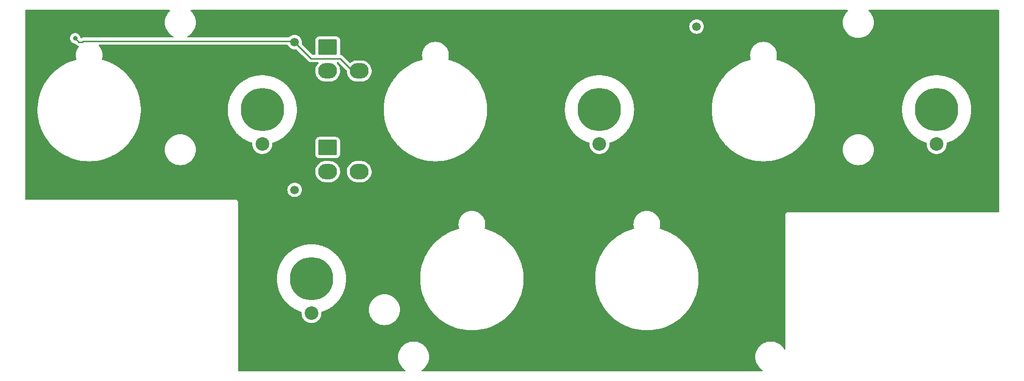
<source format=gbr>
%TF.GenerationSoftware,KiCad,Pcbnew,7.0.1*%
%TF.CreationDate,2024-02-29T20:03:47-07:00*%
%TF.ProjectId,HUD PANEL,48554420-5041-44e4-954c-2e6b69636164,4*%
%TF.SameCoordinates,Original*%
%TF.FileFunction,Copper,L2,Bot*%
%TF.FilePolarity,Positive*%
%FSLAX46Y46*%
G04 Gerber Fmt 4.6, Leading zero omitted, Abs format (unit mm)*
G04 Created by KiCad (PCBNEW 7.0.1) date 2024-02-29 20:03:47*
%MOMM*%
%LPD*%
G01*
G04 APERTURE LIST*
G04 Aperture macros list*
%AMRoundRect*
0 Rectangle with rounded corners*
0 $1 Rounding radius*
0 $2 $3 $4 $5 $6 $7 $8 $9 X,Y pos of 4 corners*
0 Add a 4 corners polygon primitive as box body*
4,1,4,$2,$3,$4,$5,$6,$7,$8,$9,$2,$3,0*
0 Add four circle primitives for the rounded corners*
1,1,$1+$1,$2,$3*
1,1,$1+$1,$4,$5*
1,1,$1+$1,$6,$7*
1,1,$1+$1,$8,$9*
0 Add four rect primitives between the rounded corners*
20,1,$1+$1,$2,$3,$4,$5,0*
20,1,$1+$1,$4,$5,$6,$7,0*
20,1,$1+$1,$6,$7,$8,$9,0*
20,1,$1+$1,$8,$9,$2,$3,0*%
G04 Aperture macros list end*
%TA.AperFunction,ComponentPad*%
%ADD10C,1.500000*%
%TD*%
%TA.AperFunction,WasherPad*%
%ADD11C,7.540752*%
%TD*%
%TA.AperFunction,WasherPad*%
%ADD12C,2.381250*%
%TD*%
%TA.AperFunction,ComponentPad*%
%ADD13RoundRect,0.250001X-1.399999X1.099999X-1.399999X-1.099999X1.399999X-1.099999X1.399999X1.099999X0*%
%TD*%
%TA.AperFunction,ComponentPad*%
%ADD14O,3.300000X2.700000*%
%TD*%
%TA.AperFunction,ViaPad*%
%ADD15C,0.800000*%
%TD*%
%TA.AperFunction,Conductor*%
%ADD16C,0.250000*%
%TD*%
G04 APERTURE END LIST*
D10*
%TO.P,TP1,1,1*%
%TO.N,+5V*%
X185200000Y-41960000D03*
%TD*%
D11*
%TO.P,MH15,*%
%TO.N,*%
X227012000Y-56489600D03*
D12*
X227012000Y-62489600D03*
%TD*%
D10*
%TO.P,TP3,1,1*%
%TO.N,DATA IN*%
X115150000Y-44680000D03*
%TD*%
D11*
%TO.P,MH13,*%
%TO.N,*%
X109537500Y-56489600D03*
D12*
X109537500Y-62489600D03*
%TD*%
D11*
%TO.P,MH16,*%
%TO.N,*%
X118110000Y-86017099D03*
D12*
X118110000Y-92017099D03*
%TD*%
D10*
%TO.P,TP4,1,1*%
%TO.N,DATA OUT*%
X115170000Y-70480000D03*
%TD*%
D11*
%TO.P,MH14,*%
%TO.N,*%
X168275000Y-56489600D03*
D12*
X168275000Y-62489600D03*
%TD*%
D10*
%TO.P,TP2,1,1*%
%TO.N,GND*%
X180100000Y-41930000D03*
%TD*%
D13*
%TO.P,J1,1,Pin_1*%
%TO.N,+5V*%
X120920000Y-45530000D03*
D14*
%TO.P,J1,2,Pin_3*%
X120920000Y-49730000D03*
%TO.P,J1,3,Pin_2*%
%TO.N,GND*%
X126420000Y-45530000D03*
%TO.P,J1,4,Pin_4*%
%TO.N,DATA IN*%
X126420000Y-49730000D03*
%TD*%
D13*
%TO.P,J2,1,Pin_1*%
%TO.N,+5V*%
X120920000Y-63100000D03*
D14*
%TO.P,J2,2,Pin_3*%
X120920000Y-67300000D03*
%TO.P,J2,3,Pin_2*%
%TO.N,GND*%
X126420000Y-63100000D03*
%TO.P,J2,4,Pin_4*%
%TO.N,DATA OUT*%
X126420000Y-67300000D03*
%TD*%
D15*
%TO.N,GND*%
X148530000Y-99490000D03*
X184970000Y-79160000D03*
X148200000Y-50180000D03*
X127370000Y-96650000D03*
X234680000Y-48740000D03*
X164520000Y-48180000D03*
X199310000Y-69810000D03*
X156090000Y-78680000D03*
X136640000Y-69500000D03*
X171180000Y-77350000D03*
X122280000Y-79080000D03*
X93410000Y-58510000D03*
X164380000Y-81250000D03*
X223240000Y-70900000D03*
X210740000Y-54090000D03*
X89650000Y-48730000D03*
X177715000Y-65385000D03*
X76790000Y-70320000D03*
X101980000Y-52500000D03*
X130880000Y-52070000D03*
X147710000Y-67730000D03*
X108180000Y-68860000D03*
X128960000Y-81290000D03*
X93450000Y-51430000D03*
X137090000Y-82370000D03*
X113380000Y-98970000D03*
X177190000Y-48180000D03*
X121700000Y-54130000D03*
X235550000Y-70950000D03*
X110520000Y-81230000D03*
X194530000Y-91540000D03*
X86880000Y-68550000D03*
X170320000Y-97670000D03*
X194650000Y-84170000D03*
X162660000Y-95970000D03*
X140390000Y-77850000D03*
X158960000Y-83630000D03*
X113800000Y-48200000D03*
X179120000Y-52110000D03*
X151250000Y-52190000D03*
X188350000Y-51700000D03*
X219400000Y-52340000D03*
X223570000Y-48790000D03*
X191860000Y-48400000D03*
X163040000Y-68350000D03*
X134580000Y-48410000D03*
X186630000Y-94510000D03*
X73980000Y-48370000D03*
X160640000Y-52150000D03*
X207120000Y-48370000D03*
%TO.N,DATA IN*%
X76940000Y-44024600D03*
%TD*%
D16*
%TO.N,DATA IN*%
X115150000Y-44680000D02*
X118030000Y-47560000D01*
X78193363Y-44680000D02*
X78359763Y-44513600D01*
X118030000Y-47560000D02*
X123090000Y-47560000D01*
X78359763Y-44513600D02*
X114983600Y-44513600D01*
X76940000Y-44024600D02*
X77595400Y-44680000D01*
X123090000Y-47560000D02*
X125260000Y-49730000D01*
X114983600Y-44513600D02*
X115150000Y-44680000D01*
X77595400Y-44680000D02*
X78193363Y-44680000D01*
%TD*%
%TA.AperFunction,Conductor*%
%TO.N,GND*%
G36*
X93389970Y-39071433D02*
G01*
X93434703Y-39109639D01*
X93457216Y-39163989D01*
X93452600Y-39222636D01*
X93421862Y-39272795D01*
X93232454Y-39462202D01*
X93031713Y-39718427D01*
X92863324Y-39996980D01*
X92729741Y-40293788D01*
X92632905Y-40604545D01*
X92574234Y-40924703D01*
X92554582Y-41249600D01*
X92574234Y-41574496D01*
X92632905Y-41894654D01*
X92729741Y-42205411D01*
X92863324Y-42502219D01*
X93031713Y-42780772D01*
X93232454Y-43036997D01*
X93462602Y-43267145D01*
X93718827Y-43467886D01*
X93760173Y-43492880D01*
X93997377Y-43636274D01*
X94003882Y-43639201D01*
X94055864Y-43682523D01*
X94077939Y-43746492D01*
X94063737Y-43812655D01*
X94017354Y-43861928D01*
X93952169Y-43880100D01*
X78443616Y-43880100D01*
X78422827Y-43877804D01*
X78351777Y-43880038D01*
X78347818Y-43880100D01*
X78319902Y-43880100D01*
X78315886Y-43880607D01*
X78304066Y-43881537D01*
X78259873Y-43882926D01*
X78240420Y-43888578D01*
X78221066Y-43892586D01*
X78200965Y-43895125D01*
X78159861Y-43911400D01*
X78148632Y-43915245D01*
X78106168Y-43927582D01*
X78088727Y-43937896D01*
X78070980Y-43946590D01*
X78052144Y-43954048D01*
X78037261Y-43964861D01*
X77976371Y-43988232D01*
X77911952Y-43978027D01*
X77861266Y-43936981D01*
X77837895Y-43876095D01*
X77833542Y-43834672D01*
X77793765Y-43712251D01*
X77774527Y-43653043D01*
X77679041Y-43487657D01*
X77551252Y-43345733D01*
X77396753Y-43233483D01*
X77396752Y-43233482D01*
X77222288Y-43155806D01*
X77035487Y-43116100D01*
X76844513Y-43116100D01*
X76719978Y-43142570D01*
X76657711Y-43155806D01*
X76483246Y-43233483D01*
X76328747Y-43345733D01*
X76200958Y-43487657D01*
X76105472Y-43653043D01*
X76046458Y-43834670D01*
X76026496Y-44024600D01*
X76046458Y-44214529D01*
X76105472Y-44396156D01*
X76200958Y-44561542D01*
X76200960Y-44561544D01*
X76328747Y-44703466D01*
X76483248Y-44815718D01*
X76657712Y-44893394D01*
X76844513Y-44933100D01*
X76900406Y-44933100D01*
X76948624Y-44942691D01*
X76989501Y-44970005D01*
X77088151Y-45068655D01*
X77101235Y-45084985D01*
X77153066Y-45133657D01*
X77155909Y-45136413D01*
X77175630Y-45156134D01*
X77178818Y-45158607D01*
X77187846Y-45166317D01*
X77220079Y-45196586D01*
X77237832Y-45206346D01*
X77254355Y-45217200D01*
X77257773Y-45219851D01*
X77270360Y-45229614D01*
X77310939Y-45247174D01*
X77321588Y-45252391D01*
X77360335Y-45273693D01*
X77360337Y-45273693D01*
X77360340Y-45273695D01*
X77379974Y-45278736D01*
X77398659Y-45285134D01*
X77417255Y-45293181D01*
X77460930Y-45300098D01*
X77472521Y-45302497D01*
X77490822Y-45307197D01*
X77546394Y-45338011D01*
X77579862Y-45392030D01*
X77582709Y-45455514D01*
X77554213Y-45512311D01*
X77536667Y-45532319D01*
X77525300Y-45545281D01*
X77355870Y-45798852D01*
X77220979Y-46072381D01*
X77122952Y-46361161D01*
X77063453Y-46660281D01*
X77043508Y-46964600D01*
X77063453Y-47268918D01*
X77122952Y-47568038D01*
X77143084Y-47627344D01*
X77146526Y-47696257D01*
X77113156Y-47756649D01*
X77052983Y-47790412D01*
X76995784Y-47804044D01*
X76420962Y-47982355D01*
X75859331Y-48198662D01*
X75313421Y-48451993D01*
X75313415Y-48451996D01*
X75156500Y-48537988D01*
X74785623Y-48741234D01*
X74278358Y-49065059D01*
X73793817Y-49422071D01*
X73334231Y-49810628D01*
X72901612Y-50229024D01*
X72497907Y-50675379D01*
X72297889Y-50928667D01*
X72124918Y-51147703D01*
X71983290Y-51354019D01*
X71796765Y-51625739D01*
X71784309Y-51643884D01*
X71563161Y-52017256D01*
X71477595Y-52161719D01*
X71206169Y-52698852D01*
X70971213Y-53252948D01*
X70773798Y-53821476D01*
X70614793Y-54401940D01*
X70494917Y-54991709D01*
X70414698Y-55588182D01*
X70406290Y-55713791D01*
X70374500Y-56188680D01*
X70374500Y-56790520D01*
X70391174Y-57039605D01*
X70414698Y-57391017D01*
X70451169Y-57662198D01*
X70473790Y-57830403D01*
X70494917Y-57987490D01*
X70606733Y-58537605D01*
X70614794Y-58577263D01*
X70642889Y-58679825D01*
X70773798Y-59157723D01*
X70913647Y-59560469D01*
X70971215Y-59726257D01*
X71118281Y-60073081D01*
X71206169Y-60280347D01*
X71477595Y-60817480D01*
X71477602Y-60817493D01*
X71784309Y-61335316D01*
X72124918Y-61831497D01*
X72311204Y-62067394D01*
X72497907Y-62303820D01*
X72692338Y-62518792D01*
X72901612Y-62750176D01*
X73334229Y-63168570D01*
X73793824Y-63557134D01*
X74278347Y-63914132D01*
X74278358Y-63914140D01*
X74785623Y-64237965D01*
X74785627Y-64237967D01*
X74785633Y-64237971D01*
X75313415Y-64527204D01*
X75524060Y-64624953D01*
X75859331Y-64780537D01*
X76149038Y-64892115D01*
X76420963Y-64996845D01*
X76995781Y-65175155D01*
X77581225Y-65314674D01*
X78174680Y-65414777D01*
X78174686Y-65414778D01*
X78588291Y-65456387D01*
X78773497Y-65475019D01*
X79224579Y-65490100D01*
X79525411Y-65490100D01*
X79525421Y-65490100D01*
X79976503Y-65475019D01*
X80214564Y-65451069D01*
X80575313Y-65414778D01*
X80575317Y-65414777D01*
X80575320Y-65414777D01*
X81168775Y-65314674D01*
X81754219Y-65175155D01*
X82329037Y-64996845D01*
X82757482Y-64831832D01*
X82890668Y-64780537D01*
X83121000Y-64673651D01*
X83436585Y-64527204D01*
X83964367Y-64237971D01*
X84266686Y-64044978D01*
X84471641Y-63914140D01*
X84471644Y-63914137D01*
X84471653Y-63914132D01*
X84956176Y-63557134D01*
X85053799Y-63474599D01*
X92554582Y-63474599D01*
X92574234Y-63799496D01*
X92632905Y-64119654D01*
X92729741Y-64430411D01*
X92863324Y-64727219D01*
X93031713Y-65005772D01*
X93232454Y-65261997D01*
X93462602Y-65492145D01*
X93718827Y-65692886D01*
X93806473Y-65745869D01*
X93997377Y-65861274D01*
X94294192Y-65994860D01*
X94604944Y-66091694D01*
X94693891Y-66107994D01*
X94925103Y-66150365D01*
X95168696Y-66165100D01*
X95168697Y-66165100D01*
X95331303Y-66165100D01*
X95331304Y-66165100D01*
X95453100Y-66157732D01*
X95574897Y-66150365D01*
X95895056Y-66091694D01*
X96205808Y-65994860D01*
X96502623Y-65861274D01*
X96781172Y-65692886D01*
X97037393Y-65492149D01*
X97267549Y-65261993D01*
X97468286Y-65005772D01*
X97636674Y-64727223D01*
X97770260Y-64430408D01*
X97826308Y-64250544D01*
X118761500Y-64250544D01*
X118772113Y-64354425D01*
X118827885Y-64522738D01*
X118920970Y-64673651D01*
X118920972Y-64673654D01*
X119046345Y-64799027D01*
X119046347Y-64799028D01*
X119046349Y-64799030D01*
X119197262Y-64892115D01*
X119365575Y-64947887D01*
X119469456Y-64958500D01*
X122370540Y-64958500D01*
X122370544Y-64958500D01*
X122474425Y-64947887D01*
X122642738Y-64892115D01*
X122793651Y-64799030D01*
X122919030Y-64673651D01*
X123012115Y-64522738D01*
X123067887Y-64354425D01*
X123078500Y-64250544D01*
X123078500Y-61949456D01*
X123067887Y-61845575D01*
X123012115Y-61677262D01*
X122919030Y-61526349D01*
X122919028Y-61526347D01*
X122919027Y-61526345D01*
X122793654Y-61400972D01*
X122793651Y-61400970D01*
X122642738Y-61307885D01*
X122558581Y-61279998D01*
X122474426Y-61252113D01*
X122453648Y-61249990D01*
X122370544Y-61241500D01*
X119469456Y-61241500D01*
X119400202Y-61248575D01*
X119365573Y-61252113D01*
X119197262Y-61307885D01*
X119046345Y-61400972D01*
X118920972Y-61526345D01*
X118827885Y-61677262D01*
X118772113Y-61845573D01*
X118772112Y-61845575D01*
X118772113Y-61845575D01*
X118761500Y-61949456D01*
X118761500Y-64250544D01*
X97826308Y-64250544D01*
X97867094Y-64119656D01*
X97925765Y-63799497D01*
X97945418Y-63474600D01*
X97925765Y-63149703D01*
X97867094Y-62829544D01*
X97770260Y-62518792D01*
X97636674Y-62221977D01*
X97514887Y-62020515D01*
X97468286Y-61943427D01*
X97267545Y-61687202D01*
X97037397Y-61457054D01*
X96781172Y-61256313D01*
X96560514Y-61122922D01*
X96502623Y-61087926D01*
X96502619Y-61087924D01*
X96205811Y-60954341D01*
X95895054Y-60857505D01*
X95574896Y-60798834D01*
X95331304Y-60784100D01*
X95331303Y-60784100D01*
X95168697Y-60784100D01*
X95168696Y-60784100D01*
X94925103Y-60798834D01*
X94604945Y-60857505D01*
X94294188Y-60954341D01*
X93997380Y-61087924D01*
X93718827Y-61256313D01*
X93462602Y-61457054D01*
X93232454Y-61687202D01*
X93031713Y-61943427D01*
X92863324Y-62221980D01*
X92729741Y-62518788D01*
X92632905Y-62829545D01*
X92574234Y-63149703D01*
X92554582Y-63474599D01*
X85053799Y-63474599D01*
X85415771Y-63168570D01*
X85848388Y-62750176D01*
X86252092Y-62303820D01*
X86625082Y-61831497D01*
X86965691Y-61335316D01*
X87272398Y-60817493D01*
X87543834Y-60280340D01*
X87778785Y-59726257D01*
X87976203Y-59157718D01*
X88135206Y-58577263D01*
X88255084Y-57987484D01*
X88335302Y-57391015D01*
X88375500Y-56790520D01*
X88375500Y-56489598D01*
X103511737Y-56489598D01*
X103519809Y-56689932D01*
X103519885Y-56692434D01*
X103523267Y-56858134D01*
X103528348Y-56907778D01*
X103528901Y-56915531D01*
X103531277Y-56974479D01*
X103555954Y-57177713D01*
X103556218Y-57180070D01*
X103573317Y-57347122D01*
X103581862Y-57393147D01*
X103583060Y-57400956D01*
X103589768Y-57456195D01*
X103631606Y-57661132D01*
X103632034Y-57663331D01*
X103663058Y-57830403D01*
X103674507Y-57872559D01*
X103676365Y-57880378D01*
X103686834Y-57931659D01*
X103746276Y-58136878D01*
X103746846Y-58138907D01*
X103791892Y-58304762D01*
X103805680Y-58342911D01*
X103808201Y-58350664D01*
X103816245Y-58378438D01*
X103821845Y-58397771D01*
X103899286Y-58601966D01*
X103899972Y-58603819D01*
X103958963Y-58767042D01*
X103974512Y-58801091D01*
X103977708Y-58808747D01*
X103993921Y-58851496D01*
X104089641Y-59053223D01*
X104090419Y-59054895D01*
X104163158Y-59214170D01*
X104179907Y-59244113D01*
X104183776Y-59251607D01*
X104201953Y-59289915D01*
X104316185Y-59487770D01*
X104317031Y-59489259D01*
X104403119Y-59643161D01*
X104420504Y-59669038D01*
X104425036Y-59676304D01*
X104444587Y-59710168D01*
X104577521Y-59902755D01*
X104578388Y-59904029D01*
X104621945Y-59968857D01*
X104677251Y-60051174D01*
X104694722Y-60073081D01*
X104699905Y-60080061D01*
X104720247Y-60109531D01*
X104859708Y-60280340D01*
X104871968Y-60295355D01*
X104872853Y-60296451D01*
X104920212Y-60355837D01*
X104983725Y-60435479D01*
X105000784Y-60453615D01*
X105006606Y-60460256D01*
X105027155Y-60485425D01*
X105197916Y-60663205D01*
X105198685Y-60664013D01*
X105320498Y-60793518D01*
X105326386Y-60798834D01*
X105336647Y-60808099D01*
X105343077Y-60814334D01*
X105363306Y-60835394D01*
X105363307Y-60835395D01*
X105553291Y-61003706D01*
X105553982Y-61004324D01*
X105685339Y-61122922D01*
X105700138Y-61134238D01*
X105707130Y-61139996D01*
X105726534Y-61157186D01*
X105884903Y-61276193D01*
X105935948Y-61314551D01*
X105936788Y-61315188D01*
X106075820Y-61421496D01*
X106088816Y-61429847D01*
X106096393Y-61435117D01*
X106114476Y-61448706D01*
X106201126Y-61503500D01*
X106344029Y-61593867D01*
X106344806Y-61594363D01*
X106473801Y-61677262D01*
X106489329Y-61687241D01*
X106500203Y-61693035D01*
X106508288Y-61697737D01*
X106524618Y-61708064D01*
X106524622Y-61708066D01*
X106775427Y-61839699D01*
X106776126Y-61840068D01*
X106923131Y-61918403D01*
X106931553Y-61922043D01*
X106940109Y-61926130D01*
X106954300Y-61933578D01*
X107229075Y-62050648D01*
X107229396Y-62050786D01*
X107374324Y-62113432D01*
X107380033Y-62115364D01*
X107389016Y-62118792D01*
X107400735Y-62123786D01*
X107704161Y-62225084D01*
X107704606Y-62225235D01*
X107725013Y-62232143D01*
X107773182Y-62261871D01*
X107803476Y-62309687D01*
X107809782Y-62365939D01*
X107803180Y-62423124D01*
X107804031Y-62445326D01*
X107803771Y-62459558D01*
X107801521Y-62489596D01*
X107809961Y-62602243D01*
X107810220Y-62606829D01*
X107813357Y-62688642D01*
X107816974Y-62707295D01*
X107818926Y-62721861D01*
X107820910Y-62748337D01*
X107847223Y-62863621D01*
X107848077Y-62867667D01*
X107863948Y-62949500D01*
X107869277Y-62964337D01*
X107873531Y-62978879D01*
X107878646Y-63001290D01*
X107923944Y-63116708D01*
X107925237Y-63120150D01*
X107953763Y-63199574D01*
X107959740Y-63210565D01*
X107966336Y-63224721D01*
X107973437Y-63242813D01*
X108038665Y-63355792D01*
X108040208Y-63358545D01*
X108080703Y-63433012D01*
X108080704Y-63433013D01*
X108086313Y-63440372D01*
X108095219Y-63453747D01*
X108103167Y-63467512D01*
X108189187Y-63575379D01*
X108190832Y-63577489D01*
X108241785Y-63644333D01*
X108246096Y-63648482D01*
X108257239Y-63660713D01*
X108264937Y-63670366D01*
X108372791Y-63770439D01*
X108374298Y-63771863D01*
X108433242Y-63828591D01*
X108435464Y-63830154D01*
X108448668Y-63840843D01*
X108455135Y-63846843D01*
X108586513Y-63936415D01*
X108587884Y-63937364D01*
X108650580Y-63981463D01*
X108650582Y-63981464D01*
X108650973Y-63981739D01*
X108665134Y-63990017D01*
X108669511Y-63993002D01*
X108669514Y-63993003D01*
X108669515Y-63993004D01*
X108828563Y-64069597D01*
X108829777Y-64070189D01*
X108888706Y-64099367D01*
X108888707Y-64099367D01*
X108891716Y-64100857D01*
X108901683Y-64104810D01*
X108903276Y-64105577D01*
X109028841Y-64144308D01*
X109102488Y-64167025D01*
X109103368Y-64167300D01*
X109142039Y-64179539D01*
X109142040Y-64179539D01*
X109148252Y-64181505D01*
X109149543Y-64181802D01*
X109151201Y-64182051D01*
X109151208Y-64182054D01*
X109407770Y-64220725D01*
X109667228Y-64220725D01*
X109667230Y-64220725D01*
X109736956Y-64210215D01*
X109746082Y-64209179D01*
X109802437Y-64204853D01*
X109851636Y-64193338D01*
X109861551Y-64191434D01*
X109904127Y-64185017D01*
X109923787Y-64182055D01*
X109923788Y-64182054D01*
X109923792Y-64182054D01*
X109994850Y-64160135D01*
X110003231Y-64157864D01*
X110061164Y-64144308D01*
X110105202Y-64126557D01*
X110115123Y-64123035D01*
X110171724Y-64105577D01*
X110242235Y-64071620D01*
X110249754Y-64068298D01*
X110307617Y-64044979D01*
X110345775Y-64022293D01*
X110355470Y-64017089D01*
X110405490Y-63993002D01*
X110473415Y-63946689D01*
X110479971Y-63942511D01*
X110536019Y-63909192D01*
X110567855Y-63882935D01*
X110577033Y-63876044D01*
X110619865Y-63846843D01*
X110683076Y-63788190D01*
X110688585Y-63783370D01*
X110741017Y-63740132D01*
X110766389Y-63711660D01*
X110774749Y-63703130D01*
X110810063Y-63670366D01*
X110866372Y-63599754D01*
X110870811Y-63594491D01*
X110917805Y-63541761D01*
X110936826Y-63512387D01*
X110944076Y-63502318D01*
X110966181Y-63474599D01*
X110971833Y-63467512D01*
X111019099Y-63385642D01*
X111022447Y-63380173D01*
X111036419Y-63358599D01*
X111062240Y-63318727D01*
X111075260Y-63289680D01*
X111081109Y-63278237D01*
X111101563Y-63242813D01*
X111137688Y-63150765D01*
X111139963Y-63145348D01*
X111170936Y-63076260D01*
X111178524Y-63048642D01*
X111182732Y-63035995D01*
X111196354Y-63001289D01*
X111208175Y-62949498D01*
X111219350Y-62900532D01*
X111220691Y-62895201D01*
X111241346Y-62820041D01*
X111244261Y-62794784D01*
X111246586Y-62781207D01*
X111254090Y-62748334D01*
X111262163Y-62640591D01*
X111262640Y-62635577D01*
X111265959Y-62606829D01*
X111271819Y-62556078D01*
X111270967Y-62533872D01*
X111271226Y-62519644D01*
X111273479Y-62489600D01*
X111265037Y-62376953D01*
X111264778Y-62372370D01*
X111264167Y-62356454D01*
X111274159Y-62302227D01*
X111306351Y-62257459D01*
X111354575Y-62230725D01*
X111469487Y-62196985D01*
X111562036Y-62161385D01*
X111567322Y-62159488D01*
X111674265Y-62123786D01*
X111806669Y-62067373D01*
X111810741Y-62065722D01*
X111928264Y-62020519D01*
X112014858Y-61978816D01*
X112020114Y-61976432D01*
X112120700Y-61933578D01*
X112251283Y-61865042D01*
X112255124Y-61863111D01*
X112291542Y-61845573D01*
X112371130Y-61807246D01*
X112451411Y-61760164D01*
X112456564Y-61757302D01*
X112550382Y-61708064D01*
X112678024Y-61627347D01*
X112681581Y-61625180D01*
X112795139Y-61558585D01*
X112868840Y-61506853D01*
X112873835Y-61503523D01*
X112960524Y-61448706D01*
X113084150Y-61355805D01*
X113087346Y-61353484D01*
X113197469Y-61276191D01*
X113264388Y-61220552D01*
X113269168Y-61216773D01*
X113348466Y-61157186D01*
X113466870Y-61052288D01*
X113469828Y-61049749D01*
X113575442Y-60961942D01*
X113635383Y-60903209D01*
X113640007Y-60898902D01*
X113686735Y-60857506D01*
X113711693Y-60835395D01*
X113823819Y-60718657D01*
X113826418Y-60716032D01*
X113926543Y-60617931D01*
X113979509Y-60556803D01*
X113983823Y-60552075D01*
X114047848Y-60485420D01*
X114152499Y-60357244D01*
X114154832Y-60354471D01*
X114248437Y-60246447D01*
X114294418Y-60183697D01*
X114298450Y-60178488D01*
X114354753Y-60109531D01*
X114450881Y-59970263D01*
X114452896Y-59967432D01*
X114499805Y-59903419D01*
X114538979Y-59849961D01*
X114578105Y-59786256D01*
X114581724Y-59780701D01*
X114630415Y-59710164D01*
X114716900Y-59560365D01*
X114718558Y-59557583D01*
X114796238Y-59431113D01*
X114828628Y-59367218D01*
X114831891Y-59361196D01*
X114873046Y-59289915D01*
X114873048Y-59289912D01*
X114948801Y-59130263D01*
X114950175Y-59127460D01*
X115018500Y-58992689D01*
X115044414Y-58929210D01*
X115047206Y-58922879D01*
X115081078Y-58851498D01*
X115145070Y-58682762D01*
X115146227Y-58679825D01*
X115177257Y-58603819D01*
X115204288Y-58537608D01*
X115224007Y-58475187D01*
X115226328Y-58468504D01*
X115253156Y-58397766D01*
X115304454Y-58220660D01*
X115305294Y-58217886D01*
X115352364Y-58068897D01*
X115366240Y-58008097D01*
X115368048Y-58001105D01*
X115388165Y-57931659D01*
X115425821Y-57747201D01*
X115426418Y-57744439D01*
X115461743Y-57589677D01*
X115470176Y-57531020D01*
X115471439Y-57523755D01*
X115485231Y-57456200D01*
X115508404Y-57265338D01*
X115508757Y-57262679D01*
X115531697Y-57103136D01*
X115535131Y-57047081D01*
X115535814Y-57039605D01*
X115543722Y-56974477D01*
X115543723Y-56974472D01*
X115551134Y-56790520D01*
X130699500Y-56790520D01*
X130716174Y-57039605D01*
X130739698Y-57391017D01*
X130776169Y-57662198D01*
X130798790Y-57830403D01*
X130819917Y-57987490D01*
X130931733Y-58537605D01*
X130939794Y-58577263D01*
X130967889Y-58679825D01*
X131098798Y-59157723D01*
X131238647Y-59560469D01*
X131296215Y-59726257D01*
X131443281Y-60073081D01*
X131531169Y-60280347D01*
X131802595Y-60817480D01*
X131802602Y-60817493D01*
X132109309Y-61335316D01*
X132449918Y-61831497D01*
X132636204Y-62067394D01*
X132822907Y-62303820D01*
X133017338Y-62518792D01*
X133226612Y-62750176D01*
X133659229Y-63168570D01*
X134118824Y-63557134D01*
X134603347Y-63914132D01*
X134603358Y-63914140D01*
X135110623Y-64237965D01*
X135110627Y-64237967D01*
X135110633Y-64237971D01*
X135638415Y-64527204D01*
X135849060Y-64624953D01*
X136184331Y-64780537D01*
X136474038Y-64892115D01*
X136745963Y-64996845D01*
X137320781Y-65175155D01*
X137906225Y-65314674D01*
X138499680Y-65414777D01*
X138499686Y-65414778D01*
X138913291Y-65456387D01*
X139098497Y-65475019D01*
X139549579Y-65490100D01*
X139850411Y-65490100D01*
X139850421Y-65490100D01*
X140301503Y-65475019D01*
X140539564Y-65451069D01*
X140900313Y-65414778D01*
X140900317Y-65414777D01*
X140900320Y-65414777D01*
X141493775Y-65314674D01*
X142079219Y-65175155D01*
X142654037Y-64996845D01*
X143082482Y-64831832D01*
X143215668Y-64780537D01*
X143446000Y-64673651D01*
X143761585Y-64527204D01*
X144289367Y-64237971D01*
X144591686Y-64044978D01*
X144796641Y-63914140D01*
X144796644Y-63914137D01*
X144796653Y-63914132D01*
X145281176Y-63557134D01*
X145740771Y-63168570D01*
X146173388Y-62750176D01*
X146577092Y-62303820D01*
X146950082Y-61831497D01*
X147290691Y-61335316D01*
X147597398Y-60817493D01*
X147868834Y-60280340D01*
X148103785Y-59726257D01*
X148301203Y-59157718D01*
X148460206Y-58577263D01*
X148580084Y-57987484D01*
X148660302Y-57391015D01*
X148700500Y-56790520D01*
X148700500Y-56489598D01*
X162249237Y-56489598D01*
X162257309Y-56689932D01*
X162257385Y-56692434D01*
X162260767Y-56858134D01*
X162265848Y-56907778D01*
X162266401Y-56915531D01*
X162268777Y-56974479D01*
X162293454Y-57177713D01*
X162293718Y-57180070D01*
X162310817Y-57347122D01*
X162319362Y-57393147D01*
X162320560Y-57400956D01*
X162327268Y-57456195D01*
X162369106Y-57661132D01*
X162369534Y-57663331D01*
X162400558Y-57830403D01*
X162412007Y-57872559D01*
X162413865Y-57880378D01*
X162424334Y-57931659D01*
X162483776Y-58136878D01*
X162484346Y-58138907D01*
X162529392Y-58304762D01*
X162543180Y-58342911D01*
X162545701Y-58350664D01*
X162553745Y-58378438D01*
X162559345Y-58397771D01*
X162636786Y-58601966D01*
X162637472Y-58603819D01*
X162696463Y-58767042D01*
X162712012Y-58801091D01*
X162715208Y-58808747D01*
X162731421Y-58851496D01*
X162827141Y-59053223D01*
X162827919Y-59054895D01*
X162900658Y-59214170D01*
X162917407Y-59244113D01*
X162921276Y-59251607D01*
X162939453Y-59289915D01*
X163053685Y-59487770D01*
X163054531Y-59489259D01*
X163140619Y-59643161D01*
X163158004Y-59669038D01*
X163162536Y-59676304D01*
X163182087Y-59710168D01*
X163315021Y-59902755D01*
X163315888Y-59904029D01*
X163359445Y-59968857D01*
X163414751Y-60051174D01*
X163432222Y-60073081D01*
X163437405Y-60080061D01*
X163457747Y-60109531D01*
X163597208Y-60280340D01*
X163609468Y-60295355D01*
X163610353Y-60296451D01*
X163657712Y-60355837D01*
X163721225Y-60435479D01*
X163738284Y-60453615D01*
X163744106Y-60460256D01*
X163764655Y-60485425D01*
X163935416Y-60663205D01*
X163936185Y-60664013D01*
X164057998Y-60793518D01*
X164063886Y-60798834D01*
X164074147Y-60808099D01*
X164080577Y-60814334D01*
X164100806Y-60835394D01*
X164100807Y-60835395D01*
X164290791Y-61003706D01*
X164291482Y-61004324D01*
X164422839Y-61122922D01*
X164437638Y-61134238D01*
X164444630Y-61139996D01*
X164464034Y-61157186D01*
X164622403Y-61276193D01*
X164673448Y-61314551D01*
X164674288Y-61315188D01*
X164813320Y-61421496D01*
X164826316Y-61429847D01*
X164833893Y-61435117D01*
X164851976Y-61448706D01*
X164938626Y-61503500D01*
X165081529Y-61593867D01*
X165082306Y-61594363D01*
X165211301Y-61677262D01*
X165226829Y-61687241D01*
X165237703Y-61693035D01*
X165245788Y-61697737D01*
X165262118Y-61708064D01*
X165262122Y-61708066D01*
X165512927Y-61839699D01*
X165513626Y-61840068D01*
X165660631Y-61918403D01*
X165669053Y-61922043D01*
X165677609Y-61926130D01*
X165691800Y-61933578D01*
X165966575Y-62050648D01*
X165966896Y-62050786D01*
X166111824Y-62113432D01*
X166117533Y-62115364D01*
X166126516Y-62118792D01*
X166138235Y-62123786D01*
X166441661Y-62225084D01*
X166442106Y-62225235D01*
X166462513Y-62232143D01*
X166510682Y-62261871D01*
X166540976Y-62309687D01*
X166547282Y-62365939D01*
X166540680Y-62423124D01*
X166541531Y-62445326D01*
X166541271Y-62459558D01*
X166539021Y-62489596D01*
X166547461Y-62602243D01*
X166547720Y-62606829D01*
X166550857Y-62688642D01*
X166554474Y-62707295D01*
X166556426Y-62721861D01*
X166558410Y-62748337D01*
X166584723Y-62863621D01*
X166585577Y-62867667D01*
X166601448Y-62949500D01*
X166606777Y-62964337D01*
X166611031Y-62978879D01*
X166616146Y-63001290D01*
X166661444Y-63116708D01*
X166662737Y-63120150D01*
X166691263Y-63199574D01*
X166697240Y-63210565D01*
X166703836Y-63224721D01*
X166710937Y-63242813D01*
X166776165Y-63355792D01*
X166777708Y-63358545D01*
X166818203Y-63433012D01*
X166818204Y-63433013D01*
X166823813Y-63440372D01*
X166832719Y-63453747D01*
X166840667Y-63467512D01*
X166926687Y-63575379D01*
X166928332Y-63577489D01*
X166979285Y-63644333D01*
X166983596Y-63648482D01*
X166994739Y-63660713D01*
X167002437Y-63670366D01*
X167110291Y-63770439D01*
X167111798Y-63771863D01*
X167170742Y-63828591D01*
X167172964Y-63830154D01*
X167186168Y-63840843D01*
X167192635Y-63846843D01*
X167324013Y-63936415D01*
X167325384Y-63937364D01*
X167388080Y-63981463D01*
X167388082Y-63981464D01*
X167388473Y-63981739D01*
X167402634Y-63990017D01*
X167407011Y-63993002D01*
X167407014Y-63993003D01*
X167407015Y-63993004D01*
X167566063Y-64069597D01*
X167567277Y-64070189D01*
X167626206Y-64099367D01*
X167626207Y-64099367D01*
X167629216Y-64100857D01*
X167639183Y-64104810D01*
X167640776Y-64105577D01*
X167766341Y-64144308D01*
X167839988Y-64167025D01*
X167840868Y-64167300D01*
X167879539Y-64179539D01*
X167879540Y-64179539D01*
X167885752Y-64181505D01*
X167887043Y-64181802D01*
X167888701Y-64182051D01*
X167888708Y-64182054D01*
X168145270Y-64220725D01*
X168404728Y-64220725D01*
X168404730Y-64220725D01*
X168474456Y-64210215D01*
X168483582Y-64209179D01*
X168539937Y-64204853D01*
X168589136Y-64193338D01*
X168599051Y-64191434D01*
X168641627Y-64185017D01*
X168661287Y-64182055D01*
X168661288Y-64182054D01*
X168661292Y-64182054D01*
X168732350Y-64160135D01*
X168740731Y-64157864D01*
X168798664Y-64144308D01*
X168842702Y-64126557D01*
X168852623Y-64123035D01*
X168909224Y-64105577D01*
X168979735Y-64071620D01*
X168987254Y-64068298D01*
X169045117Y-64044979D01*
X169083275Y-64022293D01*
X169092970Y-64017089D01*
X169142990Y-63993002D01*
X169210915Y-63946689D01*
X169217471Y-63942511D01*
X169273519Y-63909192D01*
X169305355Y-63882935D01*
X169314533Y-63876044D01*
X169357365Y-63846843D01*
X169420576Y-63788190D01*
X169426085Y-63783370D01*
X169478517Y-63740132D01*
X169503889Y-63711660D01*
X169512249Y-63703130D01*
X169547563Y-63670366D01*
X169603872Y-63599754D01*
X169608311Y-63594491D01*
X169655305Y-63541761D01*
X169674326Y-63512387D01*
X169681576Y-63502318D01*
X169703681Y-63474599D01*
X169709333Y-63467512D01*
X169756599Y-63385642D01*
X169759947Y-63380173D01*
X169773919Y-63358599D01*
X169799740Y-63318727D01*
X169812760Y-63289680D01*
X169818609Y-63278237D01*
X169839063Y-63242813D01*
X169875188Y-63150765D01*
X169877463Y-63145348D01*
X169908436Y-63076260D01*
X169916024Y-63048642D01*
X169920232Y-63035995D01*
X169933854Y-63001289D01*
X169945675Y-62949498D01*
X169956850Y-62900532D01*
X169958191Y-62895201D01*
X169978846Y-62820041D01*
X169981761Y-62794784D01*
X169984086Y-62781207D01*
X169991590Y-62748334D01*
X169999663Y-62640591D01*
X170000140Y-62635577D01*
X170003459Y-62606829D01*
X170009319Y-62556078D01*
X170008467Y-62533872D01*
X170008726Y-62519644D01*
X170010979Y-62489600D01*
X170002537Y-62376953D01*
X170002278Y-62372370D01*
X170001667Y-62356454D01*
X170011659Y-62302227D01*
X170043851Y-62257459D01*
X170092075Y-62230725D01*
X170206987Y-62196985D01*
X170299536Y-62161385D01*
X170304822Y-62159488D01*
X170411765Y-62123786D01*
X170544169Y-62067373D01*
X170548241Y-62065722D01*
X170665764Y-62020519D01*
X170752358Y-61978816D01*
X170757614Y-61976432D01*
X170858200Y-61933578D01*
X170988783Y-61865042D01*
X170992624Y-61863111D01*
X171029042Y-61845573D01*
X171108630Y-61807246D01*
X171188911Y-61760164D01*
X171194064Y-61757302D01*
X171287882Y-61708064D01*
X171415524Y-61627347D01*
X171419081Y-61625180D01*
X171532639Y-61558585D01*
X171606340Y-61506853D01*
X171611335Y-61503523D01*
X171698024Y-61448706D01*
X171821650Y-61355805D01*
X171824846Y-61353484D01*
X171934969Y-61276191D01*
X172001888Y-61220552D01*
X172006668Y-61216773D01*
X172085966Y-61157186D01*
X172204370Y-61052288D01*
X172207328Y-61049749D01*
X172312942Y-60961942D01*
X172372883Y-60903209D01*
X172377507Y-60898902D01*
X172424235Y-60857506D01*
X172449193Y-60835395D01*
X172561319Y-60718657D01*
X172563918Y-60716032D01*
X172664043Y-60617931D01*
X172717009Y-60556803D01*
X172721323Y-60552075D01*
X172785348Y-60485420D01*
X172889999Y-60357244D01*
X172892332Y-60354471D01*
X172985937Y-60246447D01*
X173031918Y-60183697D01*
X173035950Y-60178488D01*
X173092253Y-60109531D01*
X173188381Y-59970263D01*
X173190396Y-59967432D01*
X173237305Y-59903419D01*
X173276479Y-59849961D01*
X173315605Y-59786256D01*
X173319224Y-59780701D01*
X173367915Y-59710164D01*
X173454400Y-59560365D01*
X173456058Y-59557583D01*
X173533738Y-59431113D01*
X173566128Y-59367218D01*
X173569391Y-59361196D01*
X173610546Y-59289915D01*
X173610548Y-59289912D01*
X173686301Y-59130263D01*
X173687675Y-59127460D01*
X173756000Y-58992689D01*
X173781914Y-58929210D01*
X173784706Y-58922879D01*
X173818578Y-58851498D01*
X173882570Y-58682762D01*
X173883727Y-58679825D01*
X173914757Y-58603819D01*
X173941788Y-58537608D01*
X173961507Y-58475187D01*
X173963828Y-58468504D01*
X173990656Y-58397766D01*
X174041954Y-58220660D01*
X174042794Y-58217886D01*
X174089864Y-58068897D01*
X174103740Y-58008097D01*
X174105548Y-58001105D01*
X174125665Y-57931659D01*
X174163321Y-57747201D01*
X174163918Y-57744439D01*
X174199243Y-57589677D01*
X174207676Y-57531020D01*
X174208939Y-57523755D01*
X174222731Y-57456200D01*
X174245904Y-57265338D01*
X174246257Y-57262679D01*
X174269197Y-57103136D01*
X174272631Y-57047081D01*
X174273314Y-57039605D01*
X174281222Y-56974477D01*
X174281223Y-56974472D01*
X174288634Y-56790520D01*
X187849500Y-56790520D01*
X187866174Y-57039605D01*
X187889698Y-57391017D01*
X187926169Y-57662198D01*
X187948790Y-57830403D01*
X187969917Y-57987490D01*
X188081733Y-58537605D01*
X188089794Y-58577263D01*
X188117889Y-58679825D01*
X188248798Y-59157723D01*
X188388647Y-59560469D01*
X188446215Y-59726257D01*
X188593281Y-60073081D01*
X188681169Y-60280347D01*
X188952595Y-60817480D01*
X188952602Y-60817493D01*
X189259309Y-61335316D01*
X189599918Y-61831497D01*
X189786204Y-62067394D01*
X189972907Y-62303820D01*
X190167338Y-62518792D01*
X190376612Y-62750176D01*
X190809229Y-63168570D01*
X191268824Y-63557134D01*
X191753347Y-63914132D01*
X191753358Y-63914140D01*
X192260623Y-64237965D01*
X192260627Y-64237967D01*
X192260633Y-64237971D01*
X192788415Y-64527204D01*
X192999060Y-64624953D01*
X193334331Y-64780537D01*
X193624038Y-64892115D01*
X193895963Y-64996845D01*
X194470781Y-65175155D01*
X195056225Y-65314674D01*
X195649680Y-65414777D01*
X195649686Y-65414778D01*
X196063291Y-65456387D01*
X196248497Y-65475019D01*
X196699579Y-65490100D01*
X197000411Y-65490100D01*
X197000421Y-65490100D01*
X197451503Y-65475019D01*
X197689564Y-65451069D01*
X198050313Y-65414778D01*
X198050317Y-65414777D01*
X198050320Y-65414777D01*
X198643775Y-65314674D01*
X199229219Y-65175155D01*
X199804037Y-64996845D01*
X200232482Y-64831832D01*
X200365668Y-64780537D01*
X200596000Y-64673651D01*
X200911585Y-64527204D01*
X201439367Y-64237971D01*
X201741686Y-64044978D01*
X201946641Y-63914140D01*
X201946644Y-63914137D01*
X201946653Y-63914132D01*
X202431176Y-63557134D01*
X202528799Y-63474599D01*
X210664582Y-63474599D01*
X210684234Y-63799496D01*
X210742905Y-64119654D01*
X210839741Y-64430411D01*
X210973324Y-64727219D01*
X211141713Y-65005772D01*
X211342454Y-65261997D01*
X211572602Y-65492145D01*
X211828827Y-65692886D01*
X211916473Y-65745869D01*
X212107377Y-65861274D01*
X212404192Y-65994860D01*
X212714944Y-66091694D01*
X212803891Y-66107994D01*
X213035103Y-66150365D01*
X213278696Y-66165100D01*
X213278697Y-66165100D01*
X213441303Y-66165100D01*
X213441304Y-66165100D01*
X213563100Y-66157732D01*
X213684897Y-66150365D01*
X214005056Y-66091694D01*
X214315808Y-65994860D01*
X214612623Y-65861274D01*
X214891172Y-65692886D01*
X215147393Y-65492149D01*
X215377549Y-65261993D01*
X215578286Y-65005772D01*
X215746674Y-64727223D01*
X215880260Y-64430408D01*
X215977094Y-64119656D01*
X216035765Y-63799497D01*
X216055418Y-63474600D01*
X216035765Y-63149703D01*
X215977094Y-62829544D01*
X215880260Y-62518792D01*
X215746674Y-62221977D01*
X215624887Y-62020515D01*
X215578286Y-61943427D01*
X215377545Y-61687202D01*
X215147397Y-61457054D01*
X214891172Y-61256313D01*
X214670514Y-61122922D01*
X214612623Y-61087926D01*
X214612619Y-61087924D01*
X214315811Y-60954341D01*
X214005054Y-60857505D01*
X213684896Y-60798834D01*
X213441304Y-60784100D01*
X213441303Y-60784100D01*
X213278697Y-60784100D01*
X213278696Y-60784100D01*
X213035103Y-60798834D01*
X212714945Y-60857505D01*
X212404188Y-60954341D01*
X212107380Y-61087924D01*
X211828827Y-61256313D01*
X211572602Y-61457054D01*
X211342454Y-61687202D01*
X211141713Y-61943427D01*
X210973324Y-62221980D01*
X210839741Y-62518788D01*
X210742905Y-62829545D01*
X210684234Y-63149703D01*
X210664582Y-63474599D01*
X202528799Y-63474599D01*
X202890771Y-63168570D01*
X203323388Y-62750176D01*
X203727092Y-62303820D01*
X204100082Y-61831497D01*
X204440691Y-61335316D01*
X204747398Y-60817493D01*
X205018834Y-60280340D01*
X205253785Y-59726257D01*
X205451203Y-59157718D01*
X205610206Y-58577263D01*
X205730084Y-57987484D01*
X205810302Y-57391015D01*
X205850500Y-56790520D01*
X205850500Y-56489598D01*
X220986237Y-56489598D01*
X220994309Y-56689932D01*
X220994385Y-56692434D01*
X220997767Y-56858134D01*
X221002848Y-56907778D01*
X221003401Y-56915531D01*
X221005777Y-56974479D01*
X221030454Y-57177713D01*
X221030718Y-57180070D01*
X221047817Y-57347122D01*
X221056362Y-57393147D01*
X221057560Y-57400956D01*
X221064268Y-57456195D01*
X221106106Y-57661132D01*
X221106534Y-57663331D01*
X221137558Y-57830403D01*
X221149007Y-57872559D01*
X221150865Y-57880378D01*
X221161334Y-57931659D01*
X221220776Y-58136878D01*
X221221346Y-58138907D01*
X221266392Y-58304762D01*
X221280180Y-58342911D01*
X221282701Y-58350664D01*
X221290745Y-58378438D01*
X221296345Y-58397771D01*
X221373786Y-58601966D01*
X221374472Y-58603819D01*
X221433463Y-58767042D01*
X221449012Y-58801091D01*
X221452208Y-58808747D01*
X221468421Y-58851496D01*
X221564141Y-59053223D01*
X221564919Y-59054895D01*
X221637658Y-59214170D01*
X221654407Y-59244113D01*
X221658276Y-59251607D01*
X221676453Y-59289915D01*
X221790685Y-59487770D01*
X221791531Y-59489259D01*
X221877619Y-59643161D01*
X221895004Y-59669038D01*
X221899536Y-59676304D01*
X221919087Y-59710168D01*
X222052021Y-59902755D01*
X222052888Y-59904029D01*
X222096445Y-59968857D01*
X222151751Y-60051174D01*
X222169222Y-60073081D01*
X222174405Y-60080061D01*
X222194747Y-60109531D01*
X222334208Y-60280340D01*
X222346468Y-60295355D01*
X222347353Y-60296451D01*
X222394712Y-60355837D01*
X222458225Y-60435479D01*
X222475284Y-60453615D01*
X222481106Y-60460256D01*
X222501655Y-60485425D01*
X222672416Y-60663205D01*
X222673185Y-60664013D01*
X222794998Y-60793518D01*
X222800886Y-60798834D01*
X222811147Y-60808099D01*
X222817577Y-60814334D01*
X222837806Y-60835394D01*
X222837807Y-60835395D01*
X223027791Y-61003706D01*
X223028482Y-61004324D01*
X223159839Y-61122922D01*
X223174638Y-61134238D01*
X223181630Y-61139996D01*
X223201034Y-61157186D01*
X223359403Y-61276193D01*
X223410448Y-61314551D01*
X223411288Y-61315188D01*
X223550320Y-61421496D01*
X223563316Y-61429847D01*
X223570893Y-61435117D01*
X223588976Y-61448706D01*
X223675626Y-61503500D01*
X223818529Y-61593867D01*
X223819306Y-61594363D01*
X223948301Y-61677262D01*
X223963829Y-61687241D01*
X223974703Y-61693035D01*
X223982788Y-61697737D01*
X223999118Y-61708064D01*
X223999122Y-61708066D01*
X224249927Y-61839699D01*
X224250626Y-61840068D01*
X224397631Y-61918403D01*
X224406053Y-61922043D01*
X224414609Y-61926130D01*
X224428800Y-61933578D01*
X224703575Y-62050648D01*
X224703896Y-62050786D01*
X224848824Y-62113432D01*
X224854533Y-62115364D01*
X224863516Y-62118792D01*
X224875235Y-62123786D01*
X225178661Y-62225084D01*
X225179106Y-62225235D01*
X225199513Y-62232143D01*
X225247682Y-62261871D01*
X225277976Y-62309687D01*
X225284282Y-62365939D01*
X225277680Y-62423124D01*
X225278531Y-62445326D01*
X225278271Y-62459558D01*
X225276021Y-62489596D01*
X225284461Y-62602243D01*
X225284720Y-62606829D01*
X225287857Y-62688642D01*
X225291474Y-62707295D01*
X225293426Y-62721861D01*
X225295410Y-62748337D01*
X225321723Y-62863621D01*
X225322577Y-62867667D01*
X225338448Y-62949500D01*
X225343777Y-62964337D01*
X225348031Y-62978879D01*
X225353146Y-63001290D01*
X225398444Y-63116708D01*
X225399737Y-63120150D01*
X225428263Y-63199574D01*
X225434240Y-63210565D01*
X225440836Y-63224721D01*
X225447937Y-63242813D01*
X225513165Y-63355792D01*
X225514708Y-63358545D01*
X225555203Y-63433012D01*
X225555204Y-63433013D01*
X225560813Y-63440372D01*
X225569719Y-63453747D01*
X225577667Y-63467512D01*
X225663687Y-63575379D01*
X225665332Y-63577489D01*
X225716285Y-63644333D01*
X225720596Y-63648482D01*
X225731739Y-63660713D01*
X225739437Y-63670366D01*
X225847291Y-63770439D01*
X225848798Y-63771863D01*
X225907742Y-63828591D01*
X225909964Y-63830154D01*
X225923168Y-63840843D01*
X225929635Y-63846843D01*
X226061013Y-63936415D01*
X226062384Y-63937364D01*
X226125080Y-63981463D01*
X226125082Y-63981464D01*
X226125473Y-63981739D01*
X226139634Y-63990017D01*
X226144011Y-63993002D01*
X226144014Y-63993003D01*
X226144015Y-63993004D01*
X226303063Y-64069597D01*
X226304277Y-64070189D01*
X226363206Y-64099367D01*
X226363207Y-64099367D01*
X226366216Y-64100857D01*
X226376183Y-64104810D01*
X226377776Y-64105577D01*
X226503341Y-64144308D01*
X226576988Y-64167025D01*
X226577868Y-64167300D01*
X226616539Y-64179539D01*
X226616540Y-64179539D01*
X226622752Y-64181505D01*
X226624043Y-64181802D01*
X226625701Y-64182051D01*
X226625708Y-64182054D01*
X226882270Y-64220725D01*
X227141728Y-64220725D01*
X227141730Y-64220725D01*
X227211456Y-64210215D01*
X227220582Y-64209179D01*
X227276937Y-64204853D01*
X227326136Y-64193338D01*
X227336051Y-64191434D01*
X227378627Y-64185017D01*
X227398287Y-64182055D01*
X227398288Y-64182054D01*
X227398292Y-64182054D01*
X227469350Y-64160135D01*
X227477731Y-64157864D01*
X227535664Y-64144308D01*
X227579702Y-64126557D01*
X227589623Y-64123035D01*
X227646224Y-64105577D01*
X227716735Y-64071620D01*
X227724254Y-64068298D01*
X227782117Y-64044979D01*
X227820275Y-64022293D01*
X227829970Y-64017089D01*
X227879990Y-63993002D01*
X227947915Y-63946689D01*
X227954471Y-63942511D01*
X228010519Y-63909192D01*
X228042355Y-63882935D01*
X228051533Y-63876044D01*
X228094365Y-63846843D01*
X228157576Y-63788190D01*
X228163085Y-63783370D01*
X228215517Y-63740132D01*
X228240889Y-63711660D01*
X228249249Y-63703130D01*
X228284563Y-63670366D01*
X228340872Y-63599754D01*
X228345311Y-63594491D01*
X228392305Y-63541761D01*
X228411326Y-63512387D01*
X228418576Y-63502318D01*
X228440681Y-63474599D01*
X228446333Y-63467512D01*
X228493599Y-63385642D01*
X228496947Y-63380173D01*
X228510919Y-63358599D01*
X228536740Y-63318727D01*
X228549760Y-63289680D01*
X228555609Y-63278237D01*
X228576063Y-63242813D01*
X228612188Y-63150765D01*
X228614463Y-63145348D01*
X228645436Y-63076260D01*
X228653024Y-63048642D01*
X228657232Y-63035995D01*
X228670854Y-63001289D01*
X228682675Y-62949498D01*
X228693850Y-62900532D01*
X228695191Y-62895201D01*
X228715846Y-62820041D01*
X228718761Y-62794784D01*
X228721086Y-62781207D01*
X228728590Y-62748334D01*
X228736663Y-62640591D01*
X228737140Y-62635577D01*
X228740459Y-62606829D01*
X228746319Y-62556078D01*
X228745467Y-62533872D01*
X228745726Y-62519644D01*
X228747979Y-62489600D01*
X228739537Y-62376953D01*
X228739278Y-62372370D01*
X228738667Y-62356454D01*
X228748659Y-62302227D01*
X228780851Y-62257459D01*
X228829075Y-62230725D01*
X228943987Y-62196985D01*
X229036536Y-62161385D01*
X229041822Y-62159488D01*
X229148765Y-62123786D01*
X229281169Y-62067373D01*
X229285241Y-62065722D01*
X229402764Y-62020519D01*
X229489358Y-61978816D01*
X229494614Y-61976432D01*
X229595200Y-61933578D01*
X229725783Y-61865042D01*
X229729624Y-61863111D01*
X229766042Y-61845573D01*
X229845630Y-61807246D01*
X229925911Y-61760164D01*
X229931064Y-61757302D01*
X230024882Y-61708064D01*
X230152524Y-61627347D01*
X230156081Y-61625180D01*
X230269639Y-61558585D01*
X230343340Y-61506853D01*
X230348335Y-61503523D01*
X230435024Y-61448706D01*
X230558650Y-61355805D01*
X230561846Y-61353484D01*
X230671969Y-61276191D01*
X230738888Y-61220552D01*
X230743668Y-61216773D01*
X230822966Y-61157186D01*
X230941370Y-61052288D01*
X230944328Y-61049749D01*
X231049942Y-60961942D01*
X231109883Y-60903209D01*
X231114507Y-60898902D01*
X231161235Y-60857506D01*
X231186193Y-60835395D01*
X231298319Y-60718657D01*
X231300918Y-60716032D01*
X231401043Y-60617931D01*
X231454009Y-60556803D01*
X231458323Y-60552075D01*
X231522348Y-60485420D01*
X231626999Y-60357244D01*
X231629332Y-60354471D01*
X231722937Y-60246447D01*
X231768918Y-60183697D01*
X231772950Y-60178488D01*
X231829253Y-60109531D01*
X231925381Y-59970263D01*
X231927396Y-59967432D01*
X231974305Y-59903419D01*
X232013479Y-59849961D01*
X232052605Y-59786256D01*
X232056224Y-59780701D01*
X232104915Y-59710164D01*
X232191400Y-59560365D01*
X232193058Y-59557583D01*
X232270738Y-59431113D01*
X232303128Y-59367218D01*
X232306391Y-59361196D01*
X232347546Y-59289915D01*
X232347548Y-59289912D01*
X232423301Y-59130263D01*
X232424675Y-59127460D01*
X232493000Y-58992689D01*
X232518914Y-58929210D01*
X232521706Y-58922879D01*
X232555578Y-58851498D01*
X232619570Y-58682762D01*
X232620727Y-58679825D01*
X232651757Y-58603819D01*
X232678788Y-58537608D01*
X232698507Y-58475187D01*
X232700828Y-58468504D01*
X232727656Y-58397766D01*
X232778954Y-58220660D01*
X232779794Y-58217886D01*
X232826864Y-58068897D01*
X232840740Y-58008097D01*
X232842548Y-58001105D01*
X232862665Y-57931659D01*
X232900321Y-57747201D01*
X232900918Y-57744439D01*
X232936243Y-57589677D01*
X232944676Y-57531020D01*
X232945939Y-57523755D01*
X232959731Y-57456200D01*
X232982904Y-57265338D01*
X232983257Y-57262679D01*
X233006197Y-57103136D01*
X233009631Y-57047081D01*
X233010314Y-57039605D01*
X233018222Y-56974477D01*
X233018223Y-56974472D01*
X233026128Y-56778270D01*
X233026261Y-56775672D01*
X233036260Y-56612515D01*
X233035178Y-56559495D01*
X233035254Y-56551851D01*
X233037763Y-56489600D01*
X233029687Y-56289218D01*
X233029613Y-56286760D01*
X233027915Y-56203530D01*
X233026233Y-56121070D01*
X233021148Y-56071402D01*
X233020597Y-56063658D01*
X233018223Y-56004728D01*
X232993536Y-55801419D01*
X232993285Y-55799170D01*
X232976183Y-55632080D01*
X232967638Y-55586062D01*
X232966439Y-55578246D01*
X232959732Y-55523011D01*
X232959731Y-55523000D01*
X232917880Y-55318008D01*
X232917487Y-55315991D01*
X232886442Y-55148797D01*
X232874989Y-55106633D01*
X232873132Y-55098817D01*
X232862665Y-55047541D01*
X232803215Y-54842296D01*
X232802652Y-54840289D01*
X232757606Y-54674433D01*
X232743825Y-54636303D01*
X232741296Y-54628528D01*
X232727656Y-54581435D01*
X232727656Y-54581434D01*
X232650199Y-54377200D01*
X232649525Y-54375378D01*
X232621003Y-54296458D01*
X232590536Y-54212156D01*
X232574971Y-54178074D01*
X232571794Y-54170461D01*
X232555578Y-54127702D01*
X232459839Y-53925936D01*
X232459066Y-53924276D01*
X232386342Y-53765032D01*
X232369591Y-53735085D01*
X232365722Y-53727590D01*
X232347548Y-53689288D01*
X232233271Y-53491355D01*
X232232466Y-53489938D01*
X232146384Y-53336044D01*
X232146381Y-53336039D01*
X232128978Y-53310136D01*
X232124468Y-53302904D01*
X232116454Y-53289023D01*
X232104917Y-53269038D01*
X231971978Y-53076443D01*
X231971087Y-53075135D01*
X231872253Y-52928031D01*
X231854773Y-52906113D01*
X231849586Y-52899127D01*
X231829252Y-52869667D01*
X231717464Y-52732753D01*
X231677482Y-52683784D01*
X231676661Y-52682767D01*
X231565780Y-52543727D01*
X231565777Y-52543724D01*
X231565774Y-52543720D01*
X231548713Y-52525581D01*
X231542895Y-52518945D01*
X231539608Y-52514920D01*
X231522348Y-52493780D01*
X231351582Y-52315993D01*
X231350740Y-52315107D01*
X231229002Y-52185682D01*
X231212852Y-52171100D01*
X231206432Y-52164876D01*
X231186193Y-52143805D01*
X231186190Y-52143803D01*
X231186185Y-52143797D01*
X230996318Y-51975589D01*
X230995434Y-51974799D01*
X230864166Y-51856282D01*
X230849369Y-51844967D01*
X230842354Y-51839190D01*
X230822966Y-51822014D01*
X230822963Y-51822012D01*
X230822960Y-51822009D01*
X230613550Y-51664646D01*
X230612711Y-51664010D01*
X230473685Y-51557708D01*
X230460674Y-51549346D01*
X230453099Y-51544076D01*
X230435031Y-51530498D01*
X230205406Y-51385292D01*
X230204777Y-51384891D01*
X230060171Y-51291959D01*
X230060172Y-51291959D01*
X230060165Y-51291955D01*
X230049305Y-51286169D01*
X230041212Y-51281463D01*
X230024887Y-51271139D01*
X230024885Y-51271138D01*
X230024882Y-51271136D01*
X229773846Y-51139382D01*
X229773508Y-51139203D01*
X229626373Y-51060799D01*
X229617933Y-51057150D01*
X229609390Y-51053069D01*
X229601803Y-51049087D01*
X229595193Y-51045618D01*
X229320699Y-50928667D01*
X229320095Y-50928408D01*
X229175170Y-50865765D01*
X229169466Y-50863834D01*
X229160488Y-50860408D01*
X229148770Y-50855415D01*
X229009443Y-50808901D01*
X228845328Y-50754111D01*
X228845108Y-50754037D01*
X228709578Y-50708160D01*
X228706785Y-50707462D01*
X228697452Y-50704742D01*
X228688484Y-50701749D01*
X228688476Y-50701747D01*
X228688473Y-50701746D01*
X228345676Y-50617254D01*
X228345292Y-50617158D01*
X228232453Y-50588969D01*
X228223299Y-50587090D01*
X228217306Y-50585613D01*
X227806825Y-50518904D01*
X227806577Y-50518796D01*
X227806567Y-50518862D01*
X227744509Y-50508643D01*
X227741208Y-50508240D01*
X227740731Y-50508162D01*
X227738322Y-50507771D01*
X227254638Y-50468724D01*
X227254633Y-50468724D01*
X226769367Y-50468724D01*
X226769360Y-50468724D01*
X226639894Y-50479175D01*
X226634897Y-50479479D01*
X226520860Y-50484135D01*
X226413508Y-50497341D01*
X226408264Y-50497875D01*
X226285685Y-50507770D01*
X226154039Y-50529164D01*
X226149214Y-50529852D01*
X226032993Y-50544150D01*
X225930014Y-50565454D01*
X225924701Y-50566435D01*
X225806695Y-50585613D01*
X225673801Y-50618367D01*
X225669177Y-50619415D01*
X225551639Y-50643732D01*
X225453643Y-50672506D01*
X225448301Y-50673948D01*
X225335531Y-50701744D01*
X225202384Y-50746194D01*
X225197985Y-50747574D01*
X225080004Y-50782217D01*
X224987480Y-50817805D01*
X224982149Y-50819719D01*
X224875240Y-50855411D01*
X224742850Y-50911817D01*
X224738698Y-50913499D01*
X224621234Y-50958681D01*
X224534649Y-51000378D01*
X224529369Y-51002773D01*
X224428798Y-51045622D01*
X224298264Y-51114131D01*
X224294381Y-51116084D01*
X224178375Y-51171951D01*
X224098090Y-51219033D01*
X224092909Y-51221910D01*
X223999110Y-51271140D01*
X223871515Y-51351826D01*
X223867915Y-51354019D01*
X223754364Y-51420612D01*
X223680678Y-51472331D01*
X223675637Y-51475691D01*
X223588978Y-51530492D01*
X223465418Y-51623340D01*
X223462115Y-51625739D01*
X223352030Y-51703009D01*
X223285144Y-51758617D01*
X223280288Y-51762457D01*
X223201026Y-51822019D01*
X223082642Y-51926897D01*
X223079644Y-51929470D01*
X222974059Y-52017256D01*
X222914127Y-52075976D01*
X222909503Y-52080285D01*
X222837803Y-52143808D01*
X222725724Y-52260495D01*
X222723035Y-52263211D01*
X222622959Y-52361265D01*
X222570010Y-52422371D01*
X222565660Y-52427139D01*
X222501646Y-52493785D01*
X222397010Y-52621939D01*
X222394636Y-52624762D01*
X222301062Y-52732753D01*
X222255087Y-52795491D01*
X222251056Y-52800700D01*
X222194747Y-52869667D01*
X222098670Y-53008859D01*
X222096608Y-53011758D01*
X222010520Y-53129239D01*
X221971420Y-53192898D01*
X221967752Y-53198527D01*
X221919084Y-53269037D01*
X221832653Y-53418736D01*
X221830901Y-53421678D01*
X221753263Y-53548084D01*
X221720870Y-53611979D01*
X221717608Y-53618001D01*
X221676454Y-53689284D01*
X221600719Y-53848887D01*
X221599269Y-53851842D01*
X221531000Y-53986509D01*
X221505091Y-54049969D01*
X221502274Y-54056356D01*
X221468424Y-54127695D01*
X221404420Y-54296458D01*
X221403261Y-54299400D01*
X221345212Y-54441589D01*
X221325498Y-54503989D01*
X221323165Y-54510708D01*
X221296343Y-54581435D01*
X221245067Y-54758460D01*
X221244189Y-54761360D01*
X221197135Y-54910305D01*
X221183258Y-54971099D01*
X221181444Y-54978112D01*
X221161334Y-55047544D01*
X221123677Y-55231989D01*
X221123065Y-55234820D01*
X221087757Y-55389520D01*
X221079324Y-55448169D01*
X221078061Y-55455436D01*
X221064268Y-55523001D01*
X221041102Y-55713791D01*
X221040739Y-55716533D01*
X221017803Y-55876066D01*
X221014368Y-55932104D01*
X221013686Y-55939577D01*
X221005777Y-56004726D01*
X220997871Y-56200898D01*
X220997737Y-56203530D01*
X220987739Y-56366683D01*
X220988821Y-56419705D01*
X220988745Y-56427345D01*
X220986237Y-56489598D01*
X205850500Y-56489598D01*
X205850500Y-56188680D01*
X205810302Y-55588185D01*
X205730084Y-54991716D01*
X205610206Y-54401937D01*
X205451203Y-53821482D01*
X205253785Y-53252943D01*
X205018834Y-52698860D01*
X204747398Y-52161707D01*
X204440691Y-51643884D01*
X204100082Y-51147703D01*
X203860351Y-50844128D01*
X203727092Y-50675379D01*
X203531218Y-50458812D01*
X203323388Y-50229024D01*
X202890771Y-49810630D01*
X202431176Y-49422066D01*
X201946653Y-49065068D01*
X201946641Y-49065059D01*
X201439376Y-48741234D01*
X201439367Y-48741229D01*
X200911585Y-48451996D01*
X200793809Y-48397342D01*
X200365668Y-48198662D01*
X199804037Y-47982355D01*
X199685350Y-47945538D01*
X199229219Y-47804045D01*
X199229216Y-47804044D01*
X199229212Y-47804043D01*
X199172017Y-47790412D01*
X199111842Y-47756649D01*
X199078473Y-47696256D01*
X199081915Y-47627344D01*
X199102048Y-47568035D01*
X199161546Y-47268921D01*
X199181492Y-46964600D01*
X199161546Y-46660279D01*
X199102048Y-46361165D01*
X199102047Y-46361161D01*
X199004020Y-46072381D01*
X198942843Y-45948327D01*
X198869131Y-45798854D01*
X198699697Y-45545278D01*
X198653007Y-45492038D01*
X198498614Y-45315985D01*
X198269322Y-45114903D01*
X198227589Y-45087018D01*
X198015746Y-44945469D01*
X197882583Y-44879800D01*
X197742218Y-44810579D01*
X197453438Y-44712552D01*
X197154318Y-44653053D01*
X196926167Y-44638100D01*
X196926164Y-44638100D01*
X196773836Y-44638100D01*
X196773833Y-44638100D01*
X196545681Y-44653053D01*
X196246561Y-44712552D01*
X195957781Y-44810579D01*
X195684252Y-44945470D01*
X195430677Y-45114903D01*
X195201385Y-45315985D01*
X195000303Y-45545277D01*
X194830870Y-45798852D01*
X194695979Y-46072381D01*
X194597952Y-46361161D01*
X194538453Y-46660281D01*
X194518508Y-46964599D01*
X194538453Y-47268918D01*
X194597952Y-47568038D01*
X194618084Y-47627344D01*
X194621526Y-47696257D01*
X194588156Y-47756649D01*
X194527983Y-47790412D01*
X194470784Y-47804044D01*
X193895962Y-47982355D01*
X193334331Y-48198662D01*
X192788421Y-48451993D01*
X192788415Y-48451996D01*
X192631500Y-48537988D01*
X192260623Y-48741234D01*
X191753358Y-49065059D01*
X191268817Y-49422071D01*
X190809231Y-49810628D01*
X190376612Y-50229024D01*
X189972907Y-50675379D01*
X189772889Y-50928667D01*
X189599918Y-51147703D01*
X189458290Y-51354019D01*
X189271765Y-51625739D01*
X189259309Y-51643884D01*
X189038161Y-52017256D01*
X188952595Y-52161719D01*
X188681169Y-52698852D01*
X188446213Y-53252948D01*
X188248798Y-53821476D01*
X188089793Y-54401940D01*
X187969917Y-54991709D01*
X187889698Y-55588182D01*
X187881290Y-55713791D01*
X187849500Y-56188680D01*
X187849500Y-56790520D01*
X174288634Y-56790520D01*
X174289128Y-56778270D01*
X174289261Y-56775672D01*
X174299260Y-56612515D01*
X174298178Y-56559495D01*
X174298254Y-56551851D01*
X174300763Y-56489600D01*
X174292687Y-56289218D01*
X174292613Y-56286760D01*
X174290915Y-56203530D01*
X174289233Y-56121070D01*
X174284148Y-56071402D01*
X174283597Y-56063658D01*
X174281223Y-56004728D01*
X174256536Y-55801419D01*
X174256285Y-55799170D01*
X174239183Y-55632080D01*
X174230638Y-55586062D01*
X174229439Y-55578246D01*
X174222732Y-55523011D01*
X174222731Y-55523000D01*
X174180880Y-55318008D01*
X174180487Y-55315991D01*
X174149442Y-55148797D01*
X174137989Y-55106633D01*
X174136132Y-55098817D01*
X174125665Y-55047541D01*
X174066215Y-54842296D01*
X174065652Y-54840289D01*
X174020606Y-54674433D01*
X174006825Y-54636303D01*
X174004296Y-54628528D01*
X173990656Y-54581435D01*
X173990656Y-54581434D01*
X173913199Y-54377200D01*
X173912525Y-54375378D01*
X173884003Y-54296458D01*
X173853536Y-54212156D01*
X173837971Y-54178074D01*
X173834794Y-54170461D01*
X173818578Y-54127702D01*
X173722839Y-53925936D01*
X173722066Y-53924276D01*
X173649342Y-53765032D01*
X173632591Y-53735085D01*
X173628722Y-53727590D01*
X173610548Y-53689288D01*
X173496271Y-53491355D01*
X173495466Y-53489938D01*
X173409384Y-53336044D01*
X173409381Y-53336039D01*
X173391978Y-53310136D01*
X173387468Y-53302904D01*
X173379454Y-53289023D01*
X173367917Y-53269038D01*
X173234978Y-53076443D01*
X173234087Y-53075135D01*
X173135253Y-52928031D01*
X173117773Y-52906113D01*
X173112586Y-52899127D01*
X173092252Y-52869667D01*
X172980464Y-52732753D01*
X172940482Y-52683784D01*
X172939661Y-52682767D01*
X172828780Y-52543727D01*
X172828777Y-52543724D01*
X172828774Y-52543720D01*
X172811713Y-52525581D01*
X172805895Y-52518945D01*
X172802608Y-52514920D01*
X172785348Y-52493780D01*
X172614582Y-52315993D01*
X172613740Y-52315107D01*
X172492002Y-52185682D01*
X172475852Y-52171100D01*
X172469432Y-52164876D01*
X172449193Y-52143805D01*
X172449190Y-52143803D01*
X172449185Y-52143797D01*
X172259318Y-51975589D01*
X172258434Y-51974799D01*
X172127166Y-51856282D01*
X172112369Y-51844967D01*
X172105354Y-51839190D01*
X172085966Y-51822014D01*
X172085963Y-51822012D01*
X172085960Y-51822009D01*
X171876550Y-51664646D01*
X171875711Y-51664010D01*
X171736685Y-51557708D01*
X171723674Y-51549346D01*
X171716099Y-51544076D01*
X171698031Y-51530498D01*
X171468406Y-51385292D01*
X171467777Y-51384891D01*
X171323171Y-51291959D01*
X171323172Y-51291959D01*
X171323165Y-51291955D01*
X171312305Y-51286169D01*
X171304212Y-51281463D01*
X171287887Y-51271139D01*
X171287885Y-51271138D01*
X171287882Y-51271136D01*
X171036846Y-51139382D01*
X171036508Y-51139203D01*
X170889373Y-51060799D01*
X170880933Y-51057150D01*
X170872390Y-51053069D01*
X170864803Y-51049087D01*
X170858193Y-51045618D01*
X170583699Y-50928667D01*
X170583095Y-50928408D01*
X170438170Y-50865765D01*
X170432466Y-50863834D01*
X170423488Y-50860408D01*
X170411770Y-50855415D01*
X170272443Y-50808901D01*
X170108328Y-50754111D01*
X170108108Y-50754037D01*
X169972578Y-50708160D01*
X169969785Y-50707462D01*
X169960452Y-50704742D01*
X169951484Y-50701749D01*
X169951476Y-50701747D01*
X169951473Y-50701746D01*
X169608676Y-50617254D01*
X169608292Y-50617158D01*
X169495453Y-50588969D01*
X169486299Y-50587090D01*
X169480306Y-50585613D01*
X169069825Y-50518904D01*
X169069577Y-50518796D01*
X169069567Y-50518862D01*
X169007509Y-50508643D01*
X169004208Y-50508240D01*
X169003731Y-50508162D01*
X169001322Y-50507771D01*
X168517638Y-50468724D01*
X168517633Y-50468724D01*
X168032367Y-50468724D01*
X168032360Y-50468724D01*
X167902894Y-50479175D01*
X167897897Y-50479479D01*
X167783860Y-50484135D01*
X167676508Y-50497341D01*
X167671264Y-50497875D01*
X167548685Y-50507770D01*
X167417039Y-50529164D01*
X167412214Y-50529852D01*
X167295993Y-50544150D01*
X167193014Y-50565454D01*
X167187701Y-50566435D01*
X167069695Y-50585613D01*
X166936801Y-50618367D01*
X166932177Y-50619415D01*
X166814639Y-50643732D01*
X166716643Y-50672506D01*
X166711301Y-50673948D01*
X166598531Y-50701744D01*
X166465384Y-50746194D01*
X166460985Y-50747574D01*
X166343004Y-50782217D01*
X166250480Y-50817805D01*
X166245149Y-50819719D01*
X166138240Y-50855411D01*
X166005850Y-50911817D01*
X166001698Y-50913499D01*
X165884234Y-50958681D01*
X165797649Y-51000378D01*
X165792369Y-51002773D01*
X165691798Y-51045622D01*
X165561264Y-51114131D01*
X165557381Y-51116084D01*
X165441375Y-51171951D01*
X165361090Y-51219033D01*
X165355909Y-51221910D01*
X165262110Y-51271140D01*
X165134515Y-51351826D01*
X165130915Y-51354019D01*
X165017364Y-51420612D01*
X164943678Y-51472331D01*
X164938637Y-51475691D01*
X164851978Y-51530492D01*
X164728418Y-51623340D01*
X164725115Y-51625739D01*
X164615030Y-51703009D01*
X164548144Y-51758617D01*
X164543288Y-51762457D01*
X164464026Y-51822019D01*
X164345642Y-51926897D01*
X164342644Y-51929470D01*
X164237059Y-52017256D01*
X164177127Y-52075976D01*
X164172503Y-52080285D01*
X164100803Y-52143808D01*
X163988724Y-52260495D01*
X163986035Y-52263211D01*
X163885959Y-52361265D01*
X163833010Y-52422371D01*
X163828660Y-52427139D01*
X163764646Y-52493785D01*
X163660010Y-52621939D01*
X163657636Y-52624762D01*
X163564062Y-52732753D01*
X163518087Y-52795491D01*
X163514056Y-52800700D01*
X163457747Y-52869667D01*
X163361670Y-53008859D01*
X163359608Y-53011758D01*
X163273520Y-53129239D01*
X163234420Y-53192898D01*
X163230752Y-53198527D01*
X163182084Y-53269037D01*
X163095653Y-53418736D01*
X163093901Y-53421678D01*
X163016263Y-53548084D01*
X162983870Y-53611979D01*
X162980608Y-53618001D01*
X162939454Y-53689284D01*
X162863719Y-53848887D01*
X162862269Y-53851842D01*
X162794000Y-53986509D01*
X162768091Y-54049969D01*
X162765274Y-54056356D01*
X162731424Y-54127695D01*
X162667420Y-54296458D01*
X162666261Y-54299400D01*
X162608212Y-54441589D01*
X162588498Y-54503989D01*
X162586165Y-54510708D01*
X162559343Y-54581435D01*
X162508067Y-54758460D01*
X162507189Y-54761360D01*
X162460135Y-54910305D01*
X162446258Y-54971099D01*
X162444444Y-54978112D01*
X162424334Y-55047544D01*
X162386677Y-55231989D01*
X162386065Y-55234820D01*
X162350757Y-55389520D01*
X162342324Y-55448169D01*
X162341061Y-55455436D01*
X162327268Y-55523001D01*
X162304102Y-55713791D01*
X162303739Y-55716533D01*
X162280803Y-55876066D01*
X162277368Y-55932104D01*
X162276686Y-55939577D01*
X162268777Y-56004726D01*
X162260871Y-56200898D01*
X162260737Y-56203530D01*
X162250739Y-56366683D01*
X162251821Y-56419705D01*
X162251745Y-56427345D01*
X162249237Y-56489598D01*
X148700500Y-56489598D01*
X148700500Y-56188680D01*
X148660302Y-55588185D01*
X148580084Y-54991716D01*
X148460206Y-54401937D01*
X148301203Y-53821482D01*
X148103785Y-53252943D01*
X147868834Y-52698860D01*
X147597398Y-52161707D01*
X147290691Y-51643884D01*
X146950082Y-51147703D01*
X146710351Y-50844128D01*
X146577092Y-50675379D01*
X146381218Y-50458812D01*
X146173388Y-50229024D01*
X145740771Y-49810630D01*
X145281176Y-49422066D01*
X144796653Y-49065068D01*
X144796641Y-49065059D01*
X144289376Y-48741234D01*
X144289367Y-48741229D01*
X143761585Y-48451996D01*
X143643809Y-48397342D01*
X143215668Y-48198662D01*
X142654037Y-47982355D01*
X142535350Y-47945538D01*
X142079219Y-47804045D01*
X142079216Y-47804044D01*
X142079212Y-47804043D01*
X142022017Y-47790412D01*
X141961842Y-47756649D01*
X141928473Y-47696256D01*
X141931915Y-47627344D01*
X141952048Y-47568035D01*
X142011546Y-47268921D01*
X142031492Y-46964600D01*
X142011546Y-46660279D01*
X141952048Y-46361165D01*
X141952047Y-46361161D01*
X141854020Y-46072381D01*
X141792843Y-45948327D01*
X141719131Y-45798854D01*
X141549697Y-45545278D01*
X141503007Y-45492038D01*
X141348614Y-45315985D01*
X141119322Y-45114903D01*
X141077589Y-45087018D01*
X140865746Y-44945469D01*
X140732583Y-44879800D01*
X140592218Y-44810579D01*
X140303438Y-44712552D01*
X140004318Y-44653053D01*
X139776167Y-44638100D01*
X139776164Y-44638100D01*
X139623836Y-44638100D01*
X139623833Y-44638100D01*
X139395681Y-44653053D01*
X139096561Y-44712552D01*
X138807781Y-44810579D01*
X138534252Y-44945470D01*
X138280677Y-45114903D01*
X138051385Y-45315985D01*
X137850303Y-45545277D01*
X137680870Y-45798852D01*
X137545979Y-46072381D01*
X137447952Y-46361161D01*
X137388453Y-46660281D01*
X137368508Y-46964599D01*
X137388453Y-47268918D01*
X137447952Y-47568038D01*
X137468084Y-47627344D01*
X137471526Y-47696257D01*
X137438156Y-47756649D01*
X137377983Y-47790412D01*
X137320784Y-47804044D01*
X136745962Y-47982355D01*
X136184331Y-48198662D01*
X135638421Y-48451993D01*
X135638415Y-48451996D01*
X135481500Y-48537988D01*
X135110623Y-48741234D01*
X134603358Y-49065059D01*
X134118817Y-49422071D01*
X133659231Y-49810628D01*
X133226612Y-50229024D01*
X132822907Y-50675379D01*
X132622889Y-50928667D01*
X132449918Y-51147703D01*
X132308290Y-51354019D01*
X132121765Y-51625739D01*
X132109309Y-51643884D01*
X131888161Y-52017256D01*
X131802595Y-52161719D01*
X131531169Y-52698852D01*
X131296213Y-53252948D01*
X131098798Y-53821476D01*
X130939793Y-54401940D01*
X130819917Y-54991709D01*
X130739698Y-55588182D01*
X130731290Y-55713791D01*
X130699500Y-56188680D01*
X130699500Y-56790520D01*
X115551134Y-56790520D01*
X115551628Y-56778270D01*
X115551761Y-56775672D01*
X115561760Y-56612515D01*
X115560678Y-56559495D01*
X115560754Y-56551851D01*
X115563263Y-56489600D01*
X115555187Y-56289218D01*
X115555113Y-56286760D01*
X115553415Y-56203530D01*
X115551733Y-56121070D01*
X115546648Y-56071402D01*
X115546097Y-56063658D01*
X115543723Y-56004728D01*
X115519036Y-55801419D01*
X115518785Y-55799170D01*
X115501683Y-55632080D01*
X115493138Y-55586062D01*
X115491939Y-55578246D01*
X115485232Y-55523011D01*
X115485231Y-55523000D01*
X115443380Y-55318008D01*
X115442987Y-55315991D01*
X115411942Y-55148797D01*
X115400489Y-55106633D01*
X115398632Y-55098817D01*
X115388165Y-55047541D01*
X115328715Y-54842296D01*
X115328152Y-54840289D01*
X115283106Y-54674433D01*
X115269325Y-54636303D01*
X115266796Y-54628528D01*
X115253156Y-54581435D01*
X115253156Y-54581434D01*
X115175699Y-54377200D01*
X115175025Y-54375378D01*
X115146503Y-54296458D01*
X115116036Y-54212156D01*
X115100471Y-54178074D01*
X115097294Y-54170461D01*
X115081078Y-54127702D01*
X114985339Y-53925936D01*
X114984566Y-53924276D01*
X114911842Y-53765032D01*
X114895091Y-53735085D01*
X114891222Y-53727590D01*
X114873048Y-53689288D01*
X114758771Y-53491355D01*
X114757966Y-53489938D01*
X114671884Y-53336044D01*
X114671881Y-53336039D01*
X114654478Y-53310136D01*
X114649968Y-53302904D01*
X114641954Y-53289023D01*
X114630417Y-53269038D01*
X114497478Y-53076443D01*
X114496587Y-53075135D01*
X114397753Y-52928031D01*
X114380273Y-52906113D01*
X114375086Y-52899127D01*
X114354752Y-52869667D01*
X114242964Y-52732753D01*
X114202982Y-52683784D01*
X114202161Y-52682767D01*
X114091280Y-52543727D01*
X114091277Y-52543724D01*
X114091274Y-52543720D01*
X114074213Y-52525581D01*
X114068395Y-52518945D01*
X114065108Y-52514920D01*
X114047848Y-52493780D01*
X113877082Y-52315993D01*
X113876240Y-52315107D01*
X113754502Y-52185682D01*
X113738352Y-52171100D01*
X113731932Y-52164876D01*
X113711693Y-52143805D01*
X113711690Y-52143803D01*
X113711685Y-52143797D01*
X113521818Y-51975589D01*
X113520934Y-51974799D01*
X113389666Y-51856282D01*
X113374869Y-51844967D01*
X113367854Y-51839190D01*
X113348466Y-51822014D01*
X113348463Y-51822012D01*
X113348460Y-51822009D01*
X113139050Y-51664646D01*
X113138211Y-51664010D01*
X112999185Y-51557708D01*
X112986174Y-51549346D01*
X112978599Y-51544076D01*
X112960531Y-51530498D01*
X112730906Y-51385292D01*
X112730277Y-51384891D01*
X112585671Y-51291959D01*
X112585672Y-51291959D01*
X112585665Y-51291955D01*
X112574805Y-51286169D01*
X112566712Y-51281463D01*
X112550387Y-51271139D01*
X112550385Y-51271138D01*
X112550382Y-51271136D01*
X112299346Y-51139382D01*
X112299008Y-51139203D01*
X112151873Y-51060799D01*
X112143433Y-51057150D01*
X112134890Y-51053069D01*
X112127303Y-51049087D01*
X112120693Y-51045618D01*
X111846199Y-50928667D01*
X111845595Y-50928408D01*
X111700670Y-50865765D01*
X111694966Y-50863834D01*
X111685988Y-50860408D01*
X111674270Y-50855415D01*
X111534943Y-50808901D01*
X111370828Y-50754111D01*
X111370608Y-50754037D01*
X111235078Y-50708160D01*
X111232285Y-50707462D01*
X111222952Y-50704742D01*
X111213984Y-50701749D01*
X111213976Y-50701747D01*
X111213973Y-50701746D01*
X110871176Y-50617254D01*
X110870792Y-50617158D01*
X110757953Y-50588969D01*
X110748799Y-50587090D01*
X110742806Y-50585613D01*
X110332325Y-50518904D01*
X110332077Y-50518796D01*
X110332067Y-50518862D01*
X110270009Y-50508643D01*
X110266708Y-50508240D01*
X110266231Y-50508162D01*
X110263822Y-50507771D01*
X109780138Y-50468724D01*
X109780133Y-50468724D01*
X109294867Y-50468724D01*
X109294860Y-50468724D01*
X109165394Y-50479175D01*
X109160397Y-50479479D01*
X109046360Y-50484135D01*
X108939008Y-50497341D01*
X108933764Y-50497875D01*
X108811185Y-50507770D01*
X108679539Y-50529164D01*
X108674714Y-50529852D01*
X108558493Y-50544150D01*
X108455514Y-50565454D01*
X108450201Y-50566435D01*
X108332195Y-50585613D01*
X108199301Y-50618367D01*
X108194677Y-50619415D01*
X108077139Y-50643732D01*
X107979143Y-50672506D01*
X107973801Y-50673948D01*
X107861031Y-50701744D01*
X107727884Y-50746194D01*
X107723485Y-50747574D01*
X107605504Y-50782217D01*
X107512980Y-50817805D01*
X107507649Y-50819719D01*
X107400740Y-50855411D01*
X107268350Y-50911817D01*
X107264198Y-50913499D01*
X107146734Y-50958681D01*
X107060149Y-51000378D01*
X107054869Y-51002773D01*
X106954298Y-51045622D01*
X106823764Y-51114131D01*
X106819881Y-51116084D01*
X106703875Y-51171951D01*
X106623590Y-51219033D01*
X106618409Y-51221910D01*
X106524610Y-51271140D01*
X106397015Y-51351826D01*
X106393415Y-51354019D01*
X106279864Y-51420612D01*
X106206178Y-51472331D01*
X106201137Y-51475691D01*
X106114478Y-51530492D01*
X105990918Y-51623340D01*
X105987615Y-51625739D01*
X105877530Y-51703009D01*
X105810644Y-51758617D01*
X105805788Y-51762457D01*
X105726526Y-51822019D01*
X105608142Y-51926897D01*
X105605144Y-51929470D01*
X105499559Y-52017256D01*
X105439627Y-52075976D01*
X105435003Y-52080285D01*
X105363303Y-52143808D01*
X105251224Y-52260495D01*
X105248535Y-52263211D01*
X105148459Y-52361265D01*
X105095510Y-52422371D01*
X105091160Y-52427139D01*
X105027146Y-52493785D01*
X104922510Y-52621939D01*
X104920136Y-52624762D01*
X104826562Y-52732753D01*
X104780587Y-52795491D01*
X104776556Y-52800700D01*
X104720247Y-52869667D01*
X104624170Y-53008859D01*
X104622108Y-53011758D01*
X104536020Y-53129239D01*
X104496920Y-53192898D01*
X104493252Y-53198527D01*
X104444584Y-53269037D01*
X104358153Y-53418736D01*
X104356401Y-53421678D01*
X104278763Y-53548084D01*
X104246370Y-53611979D01*
X104243108Y-53618001D01*
X104201954Y-53689284D01*
X104126219Y-53848887D01*
X104124769Y-53851842D01*
X104056500Y-53986509D01*
X104030591Y-54049969D01*
X104027774Y-54056356D01*
X103993924Y-54127695D01*
X103929920Y-54296458D01*
X103928761Y-54299400D01*
X103870712Y-54441589D01*
X103850998Y-54503989D01*
X103848665Y-54510708D01*
X103821843Y-54581435D01*
X103770567Y-54758460D01*
X103769689Y-54761360D01*
X103722635Y-54910305D01*
X103708758Y-54971099D01*
X103706944Y-54978112D01*
X103686834Y-55047544D01*
X103649177Y-55231989D01*
X103648565Y-55234820D01*
X103613257Y-55389520D01*
X103604824Y-55448169D01*
X103603561Y-55455436D01*
X103589768Y-55523001D01*
X103566602Y-55713791D01*
X103566239Y-55716533D01*
X103543303Y-55876066D01*
X103539868Y-55932104D01*
X103539186Y-55939577D01*
X103531277Y-56004726D01*
X103523371Y-56200898D01*
X103523237Y-56203530D01*
X103513239Y-56366683D01*
X103514321Y-56419705D01*
X103514245Y-56427345D01*
X103511737Y-56489598D01*
X88375500Y-56489598D01*
X88375500Y-56188680D01*
X88335302Y-55588185D01*
X88255084Y-54991716D01*
X88135206Y-54401937D01*
X87976203Y-53821482D01*
X87778785Y-53252943D01*
X87543834Y-52698860D01*
X87272398Y-52161707D01*
X86965691Y-51643884D01*
X86625082Y-51147703D01*
X86385351Y-50844128D01*
X86252092Y-50675379D01*
X86056218Y-50458812D01*
X85848388Y-50229024D01*
X85415771Y-49810630D01*
X84956176Y-49422066D01*
X84471653Y-49065068D01*
X84471641Y-49065059D01*
X83964376Y-48741234D01*
X83964367Y-48741229D01*
X83436585Y-48451996D01*
X83318809Y-48397342D01*
X82890668Y-48198662D01*
X82329037Y-47982355D01*
X82210350Y-47945538D01*
X81754219Y-47804045D01*
X81754216Y-47804044D01*
X81754212Y-47804043D01*
X81697017Y-47790412D01*
X81636842Y-47756649D01*
X81603473Y-47696256D01*
X81606915Y-47627344D01*
X81627048Y-47568035D01*
X81686546Y-47268921D01*
X81706492Y-46964600D01*
X81686546Y-46660279D01*
X81627048Y-46361165D01*
X81627047Y-46361161D01*
X81529020Y-46072381D01*
X81467843Y-45948327D01*
X81394131Y-45798854D01*
X81224697Y-45545278D01*
X81178007Y-45492038D01*
X81058861Y-45356177D01*
X81031886Y-45305711D01*
X81030014Y-45248518D01*
X81053631Y-45196396D01*
X81097865Y-45160094D01*
X81153593Y-45147100D01*
X113898941Y-45147100D01*
X113966641Y-45166833D01*
X114013136Y-45219851D01*
X114055943Y-45311653D01*
X114182253Y-45492041D01*
X114337958Y-45647746D01*
X114337961Y-45647748D01*
X114337962Y-45647749D01*
X114518346Y-45774056D01*
X114717924Y-45867120D01*
X114811707Y-45892249D01*
X114930624Y-45924114D01*
X114930625Y-45924114D01*
X114930629Y-45924115D01*
X115150000Y-45943307D01*
X115369371Y-45924115D01*
X115400715Y-45915715D01*
X115465938Y-45915715D01*
X115522422Y-45948326D01*
X116528957Y-46954862D01*
X117522754Y-47948659D01*
X117535833Y-47964983D01*
X117587649Y-48013641D01*
X117590460Y-48016365D01*
X117610230Y-48036135D01*
X117613443Y-48038627D01*
X117622433Y-48046306D01*
X117654679Y-48076586D01*
X117672426Y-48086342D01*
X117688950Y-48097196D01*
X117704959Y-48109614D01*
X117745542Y-48127175D01*
X117756193Y-48132393D01*
X117794940Y-48153695D01*
X117814560Y-48158732D01*
X117833267Y-48165137D01*
X117839880Y-48167998D01*
X117851854Y-48173181D01*
X117862505Y-48174867D01*
X117895530Y-48180098D01*
X117907125Y-48182498D01*
X117949970Y-48193500D01*
X117970224Y-48193500D01*
X117989934Y-48195051D01*
X118009942Y-48198220D01*
X118009942Y-48198219D01*
X118009943Y-48198220D01*
X118053961Y-48194058D01*
X118065819Y-48193500D01*
X119223274Y-48193500D01*
X119280066Y-48207025D01*
X119324666Y-48244696D01*
X119347499Y-48298427D01*
X119343663Y-48356681D01*
X119313983Y-48406951D01*
X119214713Y-48509915D01*
X119187642Y-48537994D01*
X119029353Y-48759241D01*
X118904961Y-49001187D01*
X118817122Y-49258664D01*
X118767708Y-49526188D01*
X118757771Y-49798058D01*
X118787527Y-50068475D01*
X118856336Y-50331675D01*
X118962737Y-50582060D01*
X119104458Y-50814278D01*
X119199511Y-50928495D01*
X119278481Y-51023387D01*
X119481096Y-51204931D01*
X119707984Y-51355039D01*
X119954311Y-51470512D01*
X120214825Y-51548889D01*
X120214826Y-51548889D01*
X120214829Y-51548890D01*
X120483973Y-51588500D01*
X120483975Y-51588500D01*
X121287919Y-51588500D01*
X121287920Y-51588500D01*
X121491324Y-51573613D01*
X121756864Y-51514461D01*
X122010963Y-51417277D01*
X122248203Y-51284131D01*
X122248202Y-51284131D01*
X122248205Y-51284130D01*
X122424882Y-51147703D01*
X122463529Y-51117861D01*
X122652352Y-50922012D01*
X122700001Y-50855411D01*
X122810646Y-50700758D01*
X122935038Y-50458812D01*
X123013431Y-50229024D01*
X123022878Y-50201334D01*
X123072292Y-49933810D01*
X123082228Y-49661942D01*
X123052473Y-49391525D01*
X122983663Y-49128322D01*
X122877263Y-48877942D01*
X122877262Y-48877939D01*
X122735541Y-48645721D01*
X122635956Y-48526058D01*
X122561519Y-48436613D01*
X122535543Y-48413338D01*
X122501616Y-48363650D01*
X122494599Y-48303890D01*
X122516093Y-48247691D01*
X122561198Y-48207867D01*
X122619628Y-48193500D01*
X122775406Y-48193500D01*
X122823624Y-48203091D01*
X122864501Y-48230405D01*
X124225093Y-49590997D01*
X124253268Y-49634008D01*
X124261914Y-49684693D01*
X124257771Y-49798058D01*
X124287527Y-50068475D01*
X124356336Y-50331675D01*
X124462737Y-50582060D01*
X124604458Y-50814278D01*
X124699511Y-50928495D01*
X124778481Y-51023387D01*
X124981096Y-51204931D01*
X125207984Y-51355039D01*
X125454311Y-51470512D01*
X125714825Y-51548889D01*
X125714826Y-51548889D01*
X125714829Y-51548890D01*
X125983973Y-51588500D01*
X125983975Y-51588500D01*
X126787919Y-51588500D01*
X126787920Y-51588500D01*
X126991324Y-51573613D01*
X127256864Y-51514461D01*
X127510963Y-51417277D01*
X127748203Y-51284131D01*
X127748202Y-51284131D01*
X127748205Y-51284130D01*
X127924882Y-51147703D01*
X127963529Y-51117861D01*
X128152352Y-50922012D01*
X128200001Y-50855411D01*
X128310646Y-50700758D01*
X128435038Y-50458812D01*
X128513431Y-50229024D01*
X128522878Y-50201334D01*
X128572292Y-49933810D01*
X128582228Y-49661942D01*
X128552473Y-49391525D01*
X128483663Y-49128322D01*
X128377263Y-48877942D01*
X128377262Y-48877939D01*
X128235541Y-48645721D01*
X128061518Y-48436612D01*
X128010865Y-48391226D01*
X127858904Y-48255069D01*
X127639049Y-48109614D01*
X127632015Y-48104960D01*
X127385689Y-47989488D01*
X127125170Y-47911109D01*
X126856027Y-47871500D01*
X126856025Y-47871500D01*
X126052080Y-47871500D01*
X126011399Y-47874477D01*
X125848672Y-47886387D01*
X125583137Y-47945538D01*
X125329036Y-48042722D01*
X125091794Y-48175869D01*
X124903016Y-48321641D01*
X124848140Y-48345954D01*
X124788241Y-48342120D01*
X124736913Y-48311008D01*
X123597244Y-47171339D01*
X123584171Y-47155021D01*
X123532349Y-47106357D01*
X123529537Y-47103632D01*
X123509770Y-47083865D01*
X123506575Y-47081386D01*
X123497553Y-47073681D01*
X123465320Y-47043413D01*
X123447567Y-47033653D01*
X123431041Y-47022797D01*
X123415041Y-47010386D01*
X123374466Y-46992828D01*
X123363804Y-46987604D01*
X123325063Y-46966305D01*
X123311313Y-46962775D01*
X123305437Y-46961266D01*
X123286731Y-46954862D01*
X123268145Y-46946819D01*
X123224475Y-46939902D01*
X123212852Y-46937494D01*
X123161387Y-46924280D01*
X123109158Y-46896542D01*
X123075338Y-46848031D01*
X123067375Y-46789432D01*
X123078500Y-46680548D01*
X123078500Y-44379460D01*
X123078500Y-44379456D01*
X123067887Y-44275575D01*
X123012115Y-44107262D01*
X122919030Y-43956349D01*
X122919028Y-43956347D01*
X122919027Y-43956345D01*
X122793654Y-43830972D01*
X122763958Y-43812655D01*
X122642738Y-43737885D01*
X122558581Y-43709998D01*
X122474426Y-43682113D01*
X122453648Y-43679990D01*
X122370544Y-43671500D01*
X119469456Y-43671500D01*
X119400202Y-43678575D01*
X119365573Y-43682113D01*
X119197262Y-43737885D01*
X119046345Y-43830972D01*
X118920972Y-43956345D01*
X118827885Y-44107262D01*
X118772113Y-44275573D01*
X118772112Y-44275575D01*
X118772113Y-44275575D01*
X118761500Y-44379456D01*
X118761500Y-46680544D01*
X118772113Y-46784425D01*
X118772447Y-46787694D01*
X118760240Y-46855954D01*
X118713765Y-46907419D01*
X118647099Y-46926500D01*
X118344594Y-46926500D01*
X118296376Y-46916909D01*
X118255499Y-46889595D01*
X116418327Y-45052423D01*
X116385715Y-44995938D01*
X116385716Y-44930714D01*
X116394115Y-44899371D01*
X116413307Y-44680000D01*
X116394115Y-44460629D01*
X116372364Y-44379456D01*
X116344529Y-44275575D01*
X116337120Y-44247924D01*
X116244056Y-44048347D01*
X116117749Y-43867962D01*
X116117748Y-43867961D01*
X116117746Y-43867958D01*
X115962041Y-43712253D01*
X115781653Y-43585943D01*
X115582074Y-43492879D01*
X115369375Y-43435885D01*
X115150000Y-43416693D01*
X114930624Y-43435885D01*
X114717925Y-43492879D01*
X114518347Y-43585943D01*
X114337958Y-43712253D01*
X114207017Y-43843195D01*
X114166140Y-43870509D01*
X114117922Y-43880100D01*
X96547831Y-43880100D01*
X96482646Y-43861928D01*
X96436263Y-43812655D01*
X96422061Y-43746492D01*
X96444136Y-43682523D01*
X96496117Y-43639201D01*
X96502623Y-43636274D01*
X96781172Y-43467886D01*
X97037393Y-43267149D01*
X97267549Y-43036993D01*
X97468286Y-42780772D01*
X97636674Y-42502223D01*
X97770260Y-42205408D01*
X97846732Y-41960000D01*
X183936693Y-41960000D01*
X183955885Y-42179375D01*
X184012879Y-42392074D01*
X184105943Y-42591653D01*
X184232253Y-42772041D01*
X184387958Y-42927746D01*
X184387961Y-42927748D01*
X184387962Y-42927749D01*
X184568346Y-43054056D01*
X184767924Y-43147120D01*
X184861707Y-43172249D01*
X184980624Y-43204114D01*
X184980625Y-43204114D01*
X184980629Y-43204115D01*
X185200000Y-43223307D01*
X185419371Y-43204115D01*
X185632076Y-43147120D01*
X185831654Y-43054056D01*
X186012038Y-42927749D01*
X186167749Y-42772038D01*
X186294056Y-42591654D01*
X186387120Y-42392076D01*
X186444115Y-42179371D01*
X186463307Y-41960000D01*
X186444115Y-41740629D01*
X186387120Y-41527924D01*
X186294056Y-41328347D01*
X186167749Y-41147962D01*
X186167748Y-41147961D01*
X186167746Y-41147958D01*
X186012041Y-40992253D01*
X185831653Y-40865943D01*
X185632074Y-40772879D01*
X185419375Y-40715885D01*
X185243874Y-40700531D01*
X185200000Y-40696693D01*
X185199999Y-40696693D01*
X184980624Y-40715885D01*
X184767925Y-40772879D01*
X184568347Y-40865943D01*
X184387958Y-40992253D01*
X184232253Y-41147958D01*
X184105943Y-41328347D01*
X184012879Y-41527925D01*
X183955885Y-41740624D01*
X183936693Y-41960000D01*
X97846732Y-41960000D01*
X97867094Y-41894656D01*
X97925765Y-41574497D01*
X97945418Y-41249600D01*
X97925765Y-40924703D01*
X97867094Y-40604544D01*
X97770260Y-40293792D01*
X97636674Y-39996977D01*
X97540069Y-39837172D01*
X97468286Y-39718427D01*
X97267545Y-39462202D01*
X97078138Y-39272795D01*
X97047400Y-39222636D01*
X97042784Y-39163989D01*
X97065297Y-39109639D01*
X97110030Y-39071433D01*
X97167233Y-39057700D01*
X211442767Y-39057700D01*
X211499970Y-39071433D01*
X211544703Y-39109639D01*
X211567216Y-39163989D01*
X211562600Y-39222636D01*
X211531862Y-39272795D01*
X211342454Y-39462202D01*
X211141713Y-39718427D01*
X210973324Y-39996980D01*
X210839741Y-40293788D01*
X210742905Y-40604545D01*
X210684234Y-40924703D01*
X210664582Y-41249600D01*
X210684234Y-41574496D01*
X210742905Y-41894654D01*
X210839741Y-42205411D01*
X210973324Y-42502219D01*
X211141713Y-42780772D01*
X211342454Y-43036997D01*
X211572602Y-43267145D01*
X211828827Y-43467886D01*
X211870173Y-43492880D01*
X212107377Y-43636274D01*
X212404192Y-43769860D01*
X212714944Y-43866694D01*
X212958898Y-43911400D01*
X213035103Y-43925365D01*
X213278696Y-43940100D01*
X213278697Y-43940100D01*
X213441303Y-43940100D01*
X213441304Y-43940100D01*
X213648246Y-43927582D01*
X213684897Y-43925365D01*
X214005056Y-43866694D01*
X214315808Y-43769860D01*
X214612623Y-43636274D01*
X214891172Y-43467886D01*
X215147393Y-43267149D01*
X215377549Y-43036993D01*
X215578286Y-42780772D01*
X215746674Y-42502223D01*
X215880260Y-42205408D01*
X215977094Y-41894656D01*
X216035765Y-41574497D01*
X216055418Y-41249600D01*
X216035765Y-40924703D01*
X215977094Y-40604544D01*
X215880260Y-40293792D01*
X215746674Y-39996977D01*
X215650069Y-39837172D01*
X215578286Y-39718427D01*
X215377545Y-39462202D01*
X215188138Y-39272795D01*
X215157400Y-39222636D01*
X215152784Y-39163989D01*
X215175297Y-39109639D01*
X215220030Y-39071433D01*
X215277233Y-39057700D01*
X237777900Y-39057700D01*
X237840900Y-39074581D01*
X237887019Y-39120700D01*
X237903900Y-39183700D01*
X237903900Y-74252700D01*
X237887019Y-74315700D01*
X237840900Y-74361819D01*
X237777900Y-74378700D01*
X201096039Y-74378700D01*
X201069985Y-74386349D01*
X201052429Y-74390168D01*
X201025541Y-74394034D01*
X201000842Y-74405314D01*
X200984007Y-74411593D01*
X200957947Y-74419246D01*
X200935093Y-74433932D01*
X200919327Y-74442541D01*
X200894625Y-74453823D01*
X200874103Y-74471605D01*
X200859717Y-74482374D01*
X200836871Y-74497056D01*
X200819083Y-74517583D01*
X200806383Y-74530283D01*
X200785856Y-74548071D01*
X200771174Y-74570917D01*
X200760405Y-74585303D01*
X200742623Y-74605825D01*
X200731341Y-74630527D01*
X200722732Y-74646293D01*
X200708046Y-74669147D01*
X200700393Y-74695207D01*
X200694114Y-74712042D01*
X200682834Y-74736741D01*
X200678968Y-74763629D01*
X200675149Y-74781185D01*
X200667500Y-74807239D01*
X200667500Y-98231031D01*
X200650872Y-98293591D01*
X200605377Y-98339639D01*
X200543022Y-98357022D01*
X200480266Y-98341151D01*
X200433671Y-98296215D01*
X200338286Y-98138427D01*
X200137545Y-97882202D01*
X199907397Y-97652054D01*
X199651172Y-97451313D01*
X199454741Y-97332568D01*
X199372623Y-97282926D01*
X199372619Y-97282924D01*
X199075811Y-97149341D01*
X198765054Y-97052505D01*
X198444896Y-96993834D01*
X198201304Y-96979100D01*
X198201303Y-96979100D01*
X198038697Y-96979100D01*
X198038696Y-96979100D01*
X197795103Y-96993834D01*
X197474945Y-97052505D01*
X197164188Y-97149341D01*
X196867380Y-97282924D01*
X196588827Y-97451313D01*
X196332602Y-97652054D01*
X196102454Y-97882202D01*
X195901713Y-98138427D01*
X195733324Y-98416980D01*
X195599741Y-98713788D01*
X195502905Y-99024545D01*
X195444234Y-99344703D01*
X195424582Y-99669599D01*
X195444234Y-99994496D01*
X195502905Y-100314654D01*
X195599741Y-100625411D01*
X195733324Y-100922219D01*
X195901713Y-101200772D01*
X196102454Y-101456997D01*
X196332602Y-101687145D01*
X196588827Y-101887886D01*
X196662581Y-101932471D01*
X196707517Y-101979066D01*
X196723388Y-102041822D01*
X196706005Y-102104177D01*
X196659957Y-102149672D01*
X196597397Y-102166300D01*
X137412603Y-102166300D01*
X137350043Y-102149672D01*
X137303995Y-102104177D01*
X137286612Y-102041822D01*
X137302483Y-101979066D01*
X137347419Y-101932471D01*
X137421172Y-101887886D01*
X137421171Y-101887886D01*
X137677393Y-101687149D01*
X137907549Y-101456993D01*
X138108286Y-101200772D01*
X138276674Y-100922223D01*
X138410260Y-100625408D01*
X138507094Y-100314656D01*
X138565765Y-99994497D01*
X138585418Y-99669600D01*
X138565765Y-99344703D01*
X138507094Y-99024544D01*
X138410260Y-98713792D01*
X138276674Y-98416977D01*
X138164266Y-98231031D01*
X138108286Y-98138427D01*
X137907545Y-97882202D01*
X137677397Y-97652054D01*
X137421172Y-97451313D01*
X137224741Y-97332568D01*
X137142623Y-97282926D01*
X137142619Y-97282924D01*
X136845811Y-97149341D01*
X136535054Y-97052505D01*
X136214896Y-96993834D01*
X135971304Y-96979100D01*
X135971303Y-96979100D01*
X135808697Y-96979100D01*
X135808696Y-96979100D01*
X135565103Y-96993834D01*
X135244945Y-97052505D01*
X134934188Y-97149341D01*
X134637380Y-97282924D01*
X134358827Y-97451313D01*
X134102602Y-97652054D01*
X133872454Y-97882202D01*
X133671713Y-98138427D01*
X133503324Y-98416980D01*
X133369741Y-98713788D01*
X133272905Y-99024545D01*
X133214234Y-99344703D01*
X133194582Y-99669599D01*
X133214234Y-99994496D01*
X133272905Y-100314654D01*
X133369741Y-100625411D01*
X133503324Y-100922219D01*
X133671713Y-101200772D01*
X133872454Y-101456997D01*
X134102602Y-101687145D01*
X134358827Y-101887886D01*
X134432581Y-101932471D01*
X134477517Y-101979066D01*
X134493388Y-102041822D01*
X134476005Y-102104177D01*
X134429957Y-102149672D01*
X134367397Y-102166300D01*
X105426900Y-102166300D01*
X105363900Y-102149419D01*
X105317781Y-102103300D01*
X105300900Y-102040300D01*
X105300900Y-86017097D01*
X112084237Y-86017097D01*
X112092309Y-86217431D01*
X112092385Y-86219933D01*
X112095767Y-86385633D01*
X112100848Y-86435277D01*
X112101401Y-86443030D01*
X112103777Y-86501978D01*
X112128454Y-86705212D01*
X112128718Y-86707569D01*
X112145817Y-86874621D01*
X112154362Y-86920646D01*
X112155560Y-86928455D01*
X112162268Y-86983694D01*
X112204106Y-87188631D01*
X112204534Y-87190830D01*
X112235558Y-87357902D01*
X112247007Y-87400058D01*
X112248865Y-87407877D01*
X112259334Y-87459158D01*
X112318776Y-87664377D01*
X112319346Y-87666406D01*
X112364392Y-87832261D01*
X112378180Y-87870410D01*
X112380701Y-87878163D01*
X112388745Y-87905937D01*
X112394345Y-87925270D01*
X112471786Y-88129465D01*
X112472472Y-88131318D01*
X112531463Y-88294541D01*
X112547012Y-88328590D01*
X112550208Y-88336246D01*
X112566421Y-88378995D01*
X112662141Y-88580722D01*
X112662919Y-88582394D01*
X112735658Y-88741669D01*
X112752407Y-88771612D01*
X112756276Y-88779106D01*
X112774453Y-88817414D01*
X112888685Y-89015269D01*
X112889531Y-89016758D01*
X112975619Y-89170660D01*
X112993004Y-89196537D01*
X112997536Y-89203803D01*
X113017087Y-89237667D01*
X113069640Y-89313802D01*
X113127104Y-89397054D01*
X113150021Y-89430254D01*
X113150888Y-89431528D01*
X113194445Y-89496356D01*
X113249751Y-89578673D01*
X113267222Y-89600580D01*
X113272405Y-89607560D01*
X113292747Y-89637030D01*
X113432208Y-89807839D01*
X113444468Y-89822854D01*
X113445353Y-89823950D01*
X113493858Y-89884773D01*
X113556225Y-89962978D01*
X113573284Y-89981114D01*
X113579106Y-89987755D01*
X113599655Y-90012924D01*
X113770416Y-90190704D01*
X113771185Y-90191512D01*
X113892998Y-90321017D01*
X113905212Y-90332045D01*
X113909147Y-90335598D01*
X113915577Y-90341833D01*
X113935806Y-90362893D01*
X113935807Y-90362894D01*
X114125791Y-90531205D01*
X114126482Y-90531823D01*
X114257839Y-90650421D01*
X114272638Y-90661737D01*
X114279630Y-90667495D01*
X114299034Y-90684685D01*
X114457403Y-90803692D01*
X114508448Y-90842050D01*
X114509288Y-90842687D01*
X114648320Y-90948995D01*
X114661316Y-90957346D01*
X114668893Y-90962616D01*
X114686976Y-90976205D01*
X114686978Y-90976206D01*
X114916529Y-91121366D01*
X114917306Y-91121862D01*
X115061824Y-91214737D01*
X115061829Y-91214740D01*
X115072703Y-91220534D01*
X115080788Y-91225236D01*
X115097118Y-91235563D01*
X115097122Y-91235565D01*
X115347927Y-91367198D01*
X115348626Y-91367567D01*
X115495631Y-91445902D01*
X115504053Y-91449542D01*
X115512609Y-91453629D01*
X115526800Y-91461077D01*
X115801575Y-91578147D01*
X115801896Y-91578285D01*
X115946824Y-91640931D01*
X115952533Y-91642863D01*
X115961516Y-91646291D01*
X115973235Y-91651285D01*
X116276661Y-91752583D01*
X116277106Y-91752734D01*
X116297513Y-91759642D01*
X116345682Y-91789370D01*
X116375976Y-91837186D01*
X116382282Y-91893438D01*
X116375680Y-91950623D01*
X116376531Y-91972825D01*
X116376271Y-91987057D01*
X116374021Y-92017095D01*
X116382461Y-92129742D01*
X116382720Y-92134328D01*
X116385857Y-92216141D01*
X116389474Y-92234794D01*
X116391426Y-92249360D01*
X116393410Y-92275836D01*
X116419723Y-92391120D01*
X116420577Y-92395166D01*
X116436448Y-92476999D01*
X116441777Y-92491836D01*
X116446031Y-92506378D01*
X116451146Y-92528789D01*
X116496444Y-92644207D01*
X116497737Y-92647649D01*
X116526263Y-92727073D01*
X116532240Y-92738064D01*
X116538836Y-92752220D01*
X116545937Y-92770312D01*
X116611165Y-92883291D01*
X116612708Y-92886044D01*
X116653203Y-92960511D01*
X116653204Y-92960512D01*
X116658813Y-92967871D01*
X116667719Y-92981246D01*
X116675667Y-92995011D01*
X116761687Y-93102878D01*
X116763332Y-93104988D01*
X116814285Y-93171832D01*
X116818596Y-93175981D01*
X116829739Y-93188212D01*
X116837437Y-93197865D01*
X116945291Y-93297938D01*
X116946798Y-93299362D01*
X117005742Y-93356090D01*
X117007964Y-93357653D01*
X117021168Y-93368342D01*
X117027635Y-93374342D01*
X117159013Y-93463914D01*
X117160384Y-93464863D01*
X117223080Y-93508962D01*
X117223082Y-93508963D01*
X117223473Y-93509238D01*
X117237634Y-93517516D01*
X117242011Y-93520501D01*
X117242014Y-93520502D01*
X117242015Y-93520503D01*
X117401063Y-93597096D01*
X117402277Y-93597688D01*
X117461206Y-93626866D01*
X117461207Y-93626866D01*
X117464216Y-93628356D01*
X117474183Y-93632309D01*
X117475776Y-93633076D01*
X117601341Y-93671807D01*
X117674988Y-93694524D01*
X117675868Y-93694799D01*
X117714539Y-93707038D01*
X117714540Y-93707038D01*
X117720752Y-93709004D01*
X117722043Y-93709301D01*
X117723701Y-93709550D01*
X117723708Y-93709553D01*
X117980270Y-93748224D01*
X118239728Y-93748224D01*
X118239730Y-93748224D01*
X118309456Y-93737714D01*
X118318582Y-93736678D01*
X118374937Y-93732352D01*
X118424136Y-93720837D01*
X118434051Y-93718933D01*
X118476627Y-93712516D01*
X118496287Y-93709554D01*
X118496288Y-93709553D01*
X118496292Y-93709553D01*
X118567350Y-93687634D01*
X118575731Y-93685363D01*
X118633664Y-93671807D01*
X118677702Y-93654056D01*
X118687623Y-93650534D01*
X118744224Y-93633076D01*
X118814735Y-93599119D01*
X118822254Y-93595797D01*
X118880117Y-93572478D01*
X118918275Y-93549792D01*
X118927970Y-93544588D01*
X118977990Y-93520501D01*
X119045915Y-93474188D01*
X119052471Y-93470010D01*
X119108519Y-93436691D01*
X119140355Y-93410434D01*
X119149533Y-93403543D01*
X119192365Y-93374342D01*
X119255576Y-93315689D01*
X119261085Y-93310869D01*
X119313517Y-93267631D01*
X119338889Y-93239159D01*
X119347249Y-93230629D01*
X119382563Y-93197865D01*
X119438872Y-93127253D01*
X119443311Y-93121990D01*
X119490305Y-93069260D01*
X119509326Y-93039886D01*
X119516576Y-93029817D01*
X119518690Y-93027166D01*
X119544333Y-92995011D01*
X119591599Y-92913141D01*
X119594947Y-92907672D01*
X119608919Y-92886098D01*
X119634740Y-92846226D01*
X119647760Y-92817179D01*
X119653609Y-92805736D01*
X119674063Y-92770312D01*
X119710188Y-92678264D01*
X119712463Y-92672847D01*
X119743436Y-92603759D01*
X119751024Y-92576141D01*
X119755232Y-92563494D01*
X119768854Y-92528788D01*
X119780675Y-92476997D01*
X119791850Y-92428031D01*
X119793191Y-92422700D01*
X119813846Y-92347540D01*
X119816761Y-92322283D01*
X119819086Y-92308706D01*
X119826590Y-92275833D01*
X119834663Y-92168090D01*
X119835140Y-92163076D01*
X119838459Y-92134328D01*
X119844319Y-92083577D01*
X119843467Y-92061371D01*
X119843726Y-92047143D01*
X119845979Y-92017099D01*
X119837537Y-91904452D01*
X119837278Y-91899869D01*
X119836667Y-91883953D01*
X119846659Y-91829726D01*
X119878851Y-91784958D01*
X119927075Y-91758224D01*
X120041987Y-91724484D01*
X120134536Y-91688884D01*
X120139822Y-91686987D01*
X120246765Y-91651285D01*
X120379169Y-91594872D01*
X120383241Y-91593221D01*
X120500764Y-91548018D01*
X120587358Y-91506315D01*
X120592614Y-91503931D01*
X120693200Y-91461077D01*
X120781755Y-91414599D01*
X128114582Y-91414599D01*
X128134234Y-91739496D01*
X128192905Y-92059654D01*
X128289741Y-92370411D01*
X128382336Y-92576147D01*
X128423326Y-92667223D01*
X128459508Y-92727076D01*
X128591713Y-92945772D01*
X128792454Y-93201997D01*
X129022602Y-93432145D01*
X129278827Y-93632886D01*
X129380790Y-93694524D01*
X129557377Y-93801274D01*
X129854192Y-93934860D01*
X130164944Y-94031694D01*
X130290501Y-94054703D01*
X130485103Y-94090365D01*
X130728696Y-94105100D01*
X130728697Y-94105100D01*
X130891303Y-94105100D01*
X130891304Y-94105100D01*
X131013099Y-94097732D01*
X131134897Y-94090365D01*
X131455056Y-94031694D01*
X131765808Y-93934860D01*
X132062623Y-93801274D01*
X132341172Y-93632886D01*
X132597393Y-93432149D01*
X132827549Y-93201993D01*
X133028286Y-92945772D01*
X133196674Y-92667223D01*
X133330260Y-92370408D01*
X133427094Y-92059656D01*
X133485765Y-91739497D01*
X133505418Y-91414600D01*
X133485765Y-91089703D01*
X133427094Y-90769544D01*
X133330260Y-90458792D01*
X133196674Y-90161977D01*
X133087339Y-89981114D01*
X133028286Y-89883427D01*
X132827545Y-89627202D01*
X132597397Y-89397054D01*
X132341172Y-89196313D01*
X132144741Y-89077568D01*
X132062623Y-89027926D01*
X132036245Y-89016054D01*
X131765811Y-88894341D01*
X131747692Y-88888695D01*
X131719989Y-88880062D01*
X131455054Y-88797505D01*
X131134896Y-88738834D01*
X130891304Y-88724100D01*
X130891303Y-88724100D01*
X130728697Y-88724100D01*
X130728696Y-88724100D01*
X130485103Y-88738834D01*
X130164945Y-88797505D01*
X129854188Y-88894341D01*
X129557380Y-89027924D01*
X129278827Y-89196313D01*
X129022602Y-89397054D01*
X128792454Y-89627202D01*
X128591713Y-89883427D01*
X128423324Y-90161980D01*
X128289741Y-90458788D01*
X128192905Y-90769545D01*
X128134234Y-91089703D01*
X128114582Y-91414599D01*
X120781755Y-91414599D01*
X120823783Y-91392541D01*
X120827624Y-91390610D01*
X120943630Y-91334745D01*
X121023911Y-91287663D01*
X121029064Y-91284801D01*
X121122882Y-91235563D01*
X121250524Y-91154846D01*
X121254081Y-91152679D01*
X121367639Y-91086084D01*
X121441340Y-91034352D01*
X121446335Y-91031022D01*
X121533024Y-90976205D01*
X121656650Y-90883304D01*
X121659846Y-90880983D01*
X121769969Y-90803690D01*
X121836888Y-90748051D01*
X121841668Y-90744272D01*
X121920966Y-90684685D01*
X122039370Y-90579787D01*
X122042328Y-90577248D01*
X122147942Y-90489441D01*
X122207883Y-90430708D01*
X122212507Y-90426401D01*
X122284187Y-90362899D01*
X122284193Y-90362894D01*
X122396319Y-90246156D01*
X122398918Y-90243531D01*
X122499043Y-90145430D01*
X122552009Y-90084302D01*
X122556323Y-90079574D01*
X122620348Y-90012919D01*
X122724999Y-89884743D01*
X122727332Y-89881970D01*
X122820937Y-89773946D01*
X122866918Y-89711196D01*
X122870950Y-89705987D01*
X122927253Y-89637030D01*
X123023381Y-89497762D01*
X123025396Y-89494931D01*
X123072305Y-89430918D01*
X123111479Y-89377460D01*
X123150605Y-89313755D01*
X123154224Y-89308200D01*
X123202915Y-89237663D01*
X123289400Y-89087864D01*
X123291058Y-89085082D01*
X123368738Y-88958612D01*
X123401128Y-88894717D01*
X123404391Y-88888695D01*
X123445546Y-88817414D01*
X123445548Y-88817411D01*
X123521301Y-88657762D01*
X123522675Y-88654959D01*
X123591000Y-88520188D01*
X123616914Y-88456709D01*
X123619706Y-88450378D01*
X123653578Y-88378997D01*
X123717570Y-88210261D01*
X123718727Y-88207324D01*
X123749757Y-88131318D01*
X123776788Y-88065107D01*
X123796507Y-88002686D01*
X123798828Y-87996003D01*
X123825656Y-87925265D01*
X123876954Y-87748159D01*
X123877794Y-87745385D01*
X123924864Y-87596396D01*
X123938740Y-87535596D01*
X123940548Y-87528604D01*
X123960665Y-87459158D01*
X123998321Y-87274700D01*
X123998918Y-87271938D01*
X124034243Y-87117176D01*
X124042676Y-87058519D01*
X124043939Y-87051254D01*
X124057731Y-86983699D01*
X124080904Y-86792837D01*
X124081257Y-86790178D01*
X124104197Y-86630635D01*
X124107631Y-86574580D01*
X124108314Y-86567104D01*
X124116222Y-86501976D01*
X124116223Y-86501971D01*
X124123634Y-86318019D01*
X137049500Y-86318019D01*
X137066174Y-86567104D01*
X137089698Y-86918516D01*
X137126169Y-87189697D01*
X137148790Y-87357902D01*
X137169917Y-87514989D01*
X137281733Y-88065104D01*
X137289794Y-88104762D01*
X137317889Y-88207324D01*
X137448798Y-88685222D01*
X137588647Y-89087968D01*
X137646215Y-89253756D01*
X137804572Y-89627207D01*
X137881169Y-89807846D01*
X138152595Y-90344979D01*
X138152602Y-90344992D01*
X138459309Y-90862815D01*
X138799918Y-91358996D01*
X138986204Y-91594893D01*
X139172907Y-91831319D01*
X139340937Y-92017101D01*
X139576612Y-92277675D01*
X140009229Y-92696069D01*
X140468824Y-93084633D01*
X140953347Y-93441631D01*
X140953358Y-93441639D01*
X141460623Y-93765464D01*
X141460627Y-93765466D01*
X141460633Y-93765470D01*
X141988415Y-94054703D01*
X142199060Y-94152452D01*
X142534331Y-94308036D01*
X142832529Y-94422884D01*
X143095963Y-94524344D01*
X143670781Y-94702654D01*
X144256225Y-94842173D01*
X144849680Y-94942276D01*
X144849686Y-94942277D01*
X145333130Y-94990911D01*
X145448497Y-95002518D01*
X145899579Y-95017599D01*
X146200411Y-95017599D01*
X146200421Y-95017599D01*
X146651503Y-95002518D01*
X146889564Y-94978568D01*
X147250313Y-94942277D01*
X147250317Y-94942276D01*
X147250320Y-94942276D01*
X147843775Y-94842173D01*
X148429219Y-94702654D01*
X149004037Y-94524344D01*
X149432482Y-94359331D01*
X149565668Y-94308036D01*
X149776307Y-94210288D01*
X150111585Y-94054703D01*
X150639367Y-93765470D01*
X150941686Y-93572477D01*
X151146641Y-93441639D01*
X151146644Y-93441636D01*
X151146653Y-93441631D01*
X151631176Y-93084633D01*
X152090771Y-92696069D01*
X152523388Y-92277675D01*
X152927092Y-91831319D01*
X153300082Y-91358996D01*
X153640691Y-90862815D01*
X153947398Y-90344992D01*
X154218834Y-89807839D01*
X154453785Y-89253756D01*
X154651203Y-88685217D01*
X154810206Y-88104762D01*
X154930084Y-87514983D01*
X155010302Y-86918514D01*
X155050500Y-86318019D01*
X167529500Y-86318019D01*
X167546174Y-86567104D01*
X167569698Y-86918516D01*
X167606169Y-87189697D01*
X167628790Y-87357902D01*
X167649917Y-87514989D01*
X167761733Y-88065104D01*
X167769794Y-88104762D01*
X167797889Y-88207324D01*
X167928798Y-88685222D01*
X168068647Y-89087968D01*
X168126215Y-89253756D01*
X168284572Y-89627207D01*
X168361169Y-89807846D01*
X168632595Y-90344979D01*
X168632602Y-90344992D01*
X168939309Y-90862815D01*
X169279918Y-91358996D01*
X169466204Y-91594893D01*
X169652907Y-91831319D01*
X169820937Y-92017101D01*
X170056612Y-92277675D01*
X170489229Y-92696069D01*
X170948824Y-93084633D01*
X171433347Y-93441631D01*
X171433358Y-93441639D01*
X171940623Y-93765464D01*
X171940627Y-93765466D01*
X171940633Y-93765470D01*
X172468415Y-94054703D01*
X172679060Y-94152452D01*
X173014331Y-94308036D01*
X173312529Y-94422884D01*
X173575963Y-94524344D01*
X174150781Y-94702654D01*
X174736225Y-94842173D01*
X175329680Y-94942276D01*
X175329686Y-94942277D01*
X175813130Y-94990911D01*
X175928497Y-95002518D01*
X176379579Y-95017599D01*
X176680411Y-95017599D01*
X176680421Y-95017599D01*
X177131503Y-95002518D01*
X177369564Y-94978568D01*
X177730313Y-94942277D01*
X177730317Y-94942276D01*
X177730320Y-94942276D01*
X178323775Y-94842173D01*
X178909219Y-94702654D01*
X179484037Y-94524344D01*
X179912482Y-94359331D01*
X180045668Y-94308036D01*
X180256307Y-94210288D01*
X180591585Y-94054703D01*
X181119367Y-93765470D01*
X181421686Y-93572477D01*
X181626641Y-93441639D01*
X181626644Y-93441636D01*
X181626653Y-93441631D01*
X182111176Y-93084633D01*
X182570771Y-92696069D01*
X183003388Y-92277675D01*
X183407092Y-91831319D01*
X183780082Y-91358996D01*
X184120691Y-90862815D01*
X184427398Y-90344992D01*
X184698834Y-89807839D01*
X184933785Y-89253756D01*
X185131203Y-88685217D01*
X185290206Y-88104762D01*
X185410084Y-87514983D01*
X185490302Y-86918514D01*
X185530500Y-86318019D01*
X185530500Y-85716179D01*
X185490302Y-85115684D01*
X185410084Y-84519215D01*
X185290206Y-83929436D01*
X185131203Y-83348981D01*
X184933785Y-82780442D01*
X184698834Y-82226359D01*
X184427398Y-81689206D01*
X184120691Y-81171383D01*
X183780082Y-80675202D01*
X183540351Y-80371627D01*
X183407092Y-80202878D01*
X183215367Y-79990898D01*
X183003388Y-79756523D01*
X182570771Y-79338129D01*
X182111176Y-78949565D01*
X181626653Y-78592567D01*
X181626641Y-78592558D01*
X181119376Y-78268733D01*
X181119367Y-78268728D01*
X180591585Y-77979495D01*
X180524880Y-77948540D01*
X180045668Y-77726161D01*
X179484037Y-77509854D01*
X178909219Y-77331544D01*
X178909216Y-77331543D01*
X178909212Y-77331542D01*
X178852017Y-77317911D01*
X178791842Y-77284148D01*
X178758473Y-77223755D01*
X178761915Y-77154843D01*
X178782048Y-77095534D01*
X178841546Y-76796420D01*
X178861492Y-76492099D01*
X178841546Y-76187778D01*
X178782048Y-75888664D01*
X178782047Y-75888660D01*
X178684020Y-75599880D01*
X178680468Y-75592677D01*
X178549131Y-75326353D01*
X178379697Y-75072777D01*
X178334866Y-75021657D01*
X178178614Y-74843484D01*
X177949322Y-74642402D01*
X177808147Y-74548072D01*
X177695746Y-74472968D01*
X177470359Y-74361819D01*
X177422218Y-74338078D01*
X177133438Y-74240051D01*
X176834318Y-74180552D01*
X176606167Y-74165599D01*
X176606164Y-74165599D01*
X176453836Y-74165599D01*
X176453833Y-74165599D01*
X176225681Y-74180552D01*
X175926561Y-74240051D01*
X175637781Y-74338078D01*
X175364252Y-74472969D01*
X175110677Y-74642402D01*
X174881385Y-74843484D01*
X174680303Y-75072776D01*
X174510870Y-75326351D01*
X174375979Y-75599880D01*
X174277952Y-75888660D01*
X174218453Y-76187780D01*
X174198508Y-76492099D01*
X174218453Y-76796417D01*
X174277952Y-77095537D01*
X174298084Y-77154843D01*
X174301526Y-77223756D01*
X174268156Y-77284148D01*
X174207983Y-77317911D01*
X174150784Y-77331543D01*
X173575962Y-77509854D01*
X173014331Y-77726161D01*
X172468421Y-77979492D01*
X172468415Y-77979495D01*
X172270496Y-78087957D01*
X171940623Y-78268733D01*
X171433358Y-78592558D01*
X170948817Y-78949570D01*
X170489231Y-79338127D01*
X170056612Y-79756523D01*
X169652907Y-80202878D01*
X169452889Y-80456166D01*
X169279918Y-80675202D01*
X169138290Y-80881518D01*
X168951765Y-81153238D01*
X168939309Y-81171383D01*
X168718161Y-81544755D01*
X168632595Y-81689218D01*
X168361169Y-82226351D01*
X168126213Y-82780447D01*
X167928798Y-83348975D01*
X167769793Y-83929439D01*
X167649917Y-84519208D01*
X167569698Y-85115681D01*
X167561290Y-85241290D01*
X167529500Y-85716179D01*
X167529500Y-86318019D01*
X155050500Y-86318019D01*
X155050500Y-85716179D01*
X155010302Y-85115684D01*
X154930084Y-84519215D01*
X154810206Y-83929436D01*
X154651203Y-83348981D01*
X154453785Y-82780442D01*
X154218834Y-82226359D01*
X153947398Y-81689206D01*
X153640691Y-81171383D01*
X153300082Y-80675202D01*
X153060351Y-80371627D01*
X152927092Y-80202878D01*
X152735367Y-79990898D01*
X152523388Y-79756523D01*
X152090771Y-79338129D01*
X151631176Y-78949565D01*
X151146653Y-78592567D01*
X151146641Y-78592558D01*
X150639376Y-78268733D01*
X150639367Y-78268728D01*
X150111585Y-77979495D01*
X150044880Y-77948540D01*
X149565668Y-77726161D01*
X149004037Y-77509854D01*
X148429219Y-77331544D01*
X148429216Y-77331543D01*
X148429212Y-77331542D01*
X148372017Y-77317911D01*
X148311842Y-77284148D01*
X148278473Y-77223755D01*
X148281915Y-77154843D01*
X148302048Y-77095534D01*
X148361546Y-76796420D01*
X148381492Y-76492099D01*
X148361546Y-76187778D01*
X148302048Y-75888664D01*
X148302047Y-75888660D01*
X148204020Y-75599880D01*
X148200468Y-75592677D01*
X148069131Y-75326353D01*
X147899697Y-75072777D01*
X147854866Y-75021657D01*
X147698614Y-74843484D01*
X147469322Y-74642402D01*
X147328147Y-74548072D01*
X147215746Y-74472968D01*
X146990359Y-74361819D01*
X146942218Y-74338078D01*
X146653438Y-74240051D01*
X146354318Y-74180552D01*
X146126167Y-74165599D01*
X146126164Y-74165599D01*
X145973836Y-74165599D01*
X145973833Y-74165599D01*
X145745681Y-74180552D01*
X145446561Y-74240051D01*
X145157781Y-74338078D01*
X144884252Y-74472969D01*
X144630677Y-74642402D01*
X144401385Y-74843484D01*
X144200303Y-75072776D01*
X144030870Y-75326351D01*
X143895979Y-75599880D01*
X143797952Y-75888660D01*
X143738453Y-76187780D01*
X143718508Y-76492099D01*
X143738453Y-76796417D01*
X143797952Y-77095537D01*
X143818084Y-77154843D01*
X143821526Y-77223756D01*
X143788156Y-77284148D01*
X143727983Y-77317911D01*
X143670784Y-77331543D01*
X143095962Y-77509854D01*
X142534331Y-77726161D01*
X141988421Y-77979492D01*
X141988415Y-77979495D01*
X141790496Y-78087957D01*
X141460623Y-78268733D01*
X140953358Y-78592558D01*
X140468817Y-78949570D01*
X140009231Y-79338127D01*
X139576612Y-79756523D01*
X139172907Y-80202878D01*
X138972889Y-80456166D01*
X138799918Y-80675202D01*
X138658290Y-80881518D01*
X138471765Y-81153238D01*
X138459309Y-81171383D01*
X138238161Y-81544755D01*
X138152595Y-81689218D01*
X137881169Y-82226351D01*
X137646213Y-82780447D01*
X137448798Y-83348975D01*
X137289793Y-83929439D01*
X137169917Y-84519208D01*
X137089698Y-85115681D01*
X137081290Y-85241290D01*
X137049500Y-85716179D01*
X137049500Y-86318019D01*
X124123634Y-86318019D01*
X124124128Y-86305769D01*
X124124261Y-86303171D01*
X124134260Y-86140014D01*
X124133178Y-86086994D01*
X124133254Y-86079350D01*
X124135763Y-86017099D01*
X124127687Y-85816717D01*
X124127613Y-85814259D01*
X124125915Y-85731029D01*
X124124233Y-85648569D01*
X124119148Y-85598901D01*
X124118597Y-85591157D01*
X124116223Y-85532227D01*
X124091536Y-85328918D01*
X124091285Y-85326669D01*
X124074183Y-85159579D01*
X124065638Y-85113561D01*
X124064439Y-85105745D01*
X124057732Y-85050510D01*
X124057731Y-85050499D01*
X124015880Y-84845507D01*
X124015487Y-84843490D01*
X123984442Y-84676296D01*
X123972989Y-84634132D01*
X123971132Y-84626316D01*
X123960665Y-84575040D01*
X123901215Y-84369795D01*
X123900652Y-84367788D01*
X123855606Y-84201932D01*
X123841825Y-84163802D01*
X123839296Y-84156027D01*
X123825656Y-84108934D01*
X123825656Y-84108933D01*
X123748199Y-83904699D01*
X123747525Y-83902877D01*
X123719003Y-83823957D01*
X123688536Y-83739655D01*
X123672971Y-83705573D01*
X123669794Y-83697960D01*
X123653578Y-83655201D01*
X123557839Y-83453435D01*
X123557066Y-83451775D01*
X123484342Y-83292531D01*
X123467591Y-83262584D01*
X123463722Y-83255089D01*
X123445548Y-83216787D01*
X123331271Y-83018854D01*
X123330466Y-83017437D01*
X123244384Y-82863543D01*
X123244381Y-82863538D01*
X123226978Y-82837635D01*
X123222468Y-82830403D01*
X123214454Y-82816522D01*
X123202917Y-82796537D01*
X123069978Y-82603942D01*
X123069087Y-82602634D01*
X122970253Y-82455530D01*
X122952773Y-82433612D01*
X122947586Y-82426626D01*
X122927252Y-82397166D01*
X122815464Y-82260252D01*
X122775482Y-82211283D01*
X122774661Y-82210266D01*
X122663780Y-82071226D01*
X122663777Y-82071223D01*
X122663774Y-82071219D01*
X122646713Y-82053080D01*
X122640895Y-82046444D01*
X122637608Y-82042419D01*
X122620348Y-82021279D01*
X122449582Y-81843492D01*
X122448740Y-81842606D01*
X122327002Y-81713181D01*
X122310852Y-81698599D01*
X122304432Y-81692375D01*
X122284193Y-81671304D01*
X122284190Y-81671302D01*
X122284185Y-81671296D01*
X122094318Y-81503088D01*
X122093434Y-81502298D01*
X121962166Y-81383781D01*
X121947369Y-81372466D01*
X121940354Y-81366689D01*
X121920966Y-81349513D01*
X121920963Y-81349511D01*
X121920960Y-81349508D01*
X121711550Y-81192145D01*
X121710711Y-81191509D01*
X121571685Y-81085207D01*
X121558674Y-81076845D01*
X121551099Y-81071575D01*
X121533031Y-81057997D01*
X121303406Y-80912791D01*
X121302777Y-80912390D01*
X121158171Y-80819458D01*
X121158172Y-80819458D01*
X121158165Y-80819454D01*
X121147305Y-80813668D01*
X121139212Y-80808962D01*
X121122887Y-80798638D01*
X121122885Y-80798637D01*
X121122882Y-80798635D01*
X120871846Y-80666881D01*
X120871508Y-80666702D01*
X120724373Y-80588298D01*
X120715933Y-80584649D01*
X120707390Y-80580568D01*
X120699803Y-80576586D01*
X120693193Y-80573117D01*
X120418699Y-80456166D01*
X120418095Y-80455907D01*
X120273170Y-80393264D01*
X120267466Y-80391333D01*
X120258488Y-80387907D01*
X120246770Y-80382914D01*
X120107443Y-80336400D01*
X119943328Y-80281610D01*
X119943108Y-80281536D01*
X119807578Y-80235659D01*
X119804785Y-80234961D01*
X119795452Y-80232241D01*
X119786484Y-80229248D01*
X119786476Y-80229246D01*
X119786473Y-80229245D01*
X119443676Y-80144753D01*
X119443292Y-80144657D01*
X119330453Y-80116468D01*
X119321299Y-80114589D01*
X119315306Y-80113112D01*
X118904825Y-80046403D01*
X118904577Y-80046295D01*
X118904567Y-80046361D01*
X118842509Y-80036142D01*
X118839208Y-80035739D01*
X118838731Y-80035661D01*
X118836322Y-80035270D01*
X118352638Y-79996223D01*
X118352633Y-79996223D01*
X117867367Y-79996223D01*
X117867360Y-79996223D01*
X117737894Y-80006674D01*
X117732897Y-80006978D01*
X117618860Y-80011634D01*
X117511508Y-80024840D01*
X117506264Y-80025374D01*
X117383685Y-80035269D01*
X117252039Y-80056663D01*
X117247214Y-80057351D01*
X117130993Y-80071649D01*
X117028014Y-80092953D01*
X117022701Y-80093934D01*
X116904695Y-80113112D01*
X116771801Y-80145866D01*
X116767177Y-80146914D01*
X116649639Y-80171231D01*
X116551643Y-80200005D01*
X116546301Y-80201447D01*
X116433531Y-80229243D01*
X116300384Y-80273693D01*
X116295985Y-80275073D01*
X116178004Y-80309716D01*
X116085480Y-80345304D01*
X116080149Y-80347218D01*
X115973240Y-80382910D01*
X115840850Y-80439316D01*
X115836698Y-80440998D01*
X115719234Y-80486180D01*
X115632649Y-80527877D01*
X115627369Y-80530272D01*
X115526798Y-80573121D01*
X115396264Y-80641630D01*
X115392381Y-80643583D01*
X115276375Y-80699450D01*
X115196090Y-80746532D01*
X115190909Y-80749409D01*
X115097110Y-80798639D01*
X114969515Y-80879325D01*
X114965915Y-80881518D01*
X114852364Y-80948111D01*
X114778678Y-80999830D01*
X114773637Y-81003190D01*
X114686978Y-81057991D01*
X114563418Y-81150839D01*
X114560115Y-81153238D01*
X114450030Y-81230508D01*
X114383144Y-81286116D01*
X114378288Y-81289956D01*
X114299026Y-81349518D01*
X114180642Y-81454396D01*
X114177644Y-81456969D01*
X114072059Y-81544755D01*
X114012127Y-81603475D01*
X114007503Y-81607784D01*
X113935803Y-81671307D01*
X113823724Y-81787994D01*
X113821035Y-81790710D01*
X113720959Y-81888764D01*
X113668010Y-81949870D01*
X113663660Y-81954638D01*
X113599646Y-82021284D01*
X113495010Y-82149438D01*
X113492636Y-82152261D01*
X113399062Y-82260252D01*
X113353087Y-82322990D01*
X113349056Y-82328199D01*
X113292747Y-82397166D01*
X113196670Y-82536358D01*
X113194608Y-82539257D01*
X113108520Y-82656738D01*
X113069420Y-82720397D01*
X113065752Y-82726026D01*
X113017084Y-82796536D01*
X112930653Y-82946235D01*
X112928901Y-82949177D01*
X112851263Y-83075583D01*
X112818870Y-83139478D01*
X112815608Y-83145500D01*
X112774454Y-83216783D01*
X112698719Y-83376386D01*
X112697269Y-83379341D01*
X112629000Y-83514008D01*
X112603091Y-83577468D01*
X112600274Y-83583855D01*
X112566424Y-83655194D01*
X112502420Y-83823957D01*
X112501261Y-83826899D01*
X112443212Y-83969088D01*
X112423498Y-84031488D01*
X112421165Y-84038207D01*
X112394343Y-84108934D01*
X112343067Y-84285959D01*
X112342189Y-84288859D01*
X112295135Y-84437804D01*
X112281258Y-84498598D01*
X112279444Y-84505611D01*
X112259334Y-84575043D01*
X112221677Y-84759488D01*
X112221065Y-84762319D01*
X112185757Y-84917019D01*
X112177324Y-84975668D01*
X112176061Y-84982935D01*
X112162268Y-85050500D01*
X112139102Y-85241290D01*
X112138739Y-85244032D01*
X112115803Y-85403565D01*
X112112368Y-85459603D01*
X112111686Y-85467076D01*
X112103777Y-85532225D01*
X112095871Y-85728397D01*
X112095737Y-85731029D01*
X112085739Y-85894182D01*
X112086821Y-85947204D01*
X112086745Y-85954844D01*
X112084237Y-86017097D01*
X105300900Y-86017097D01*
X105300900Y-72622841D01*
X105300900Y-72622839D01*
X105293246Y-72596772D01*
X105289431Y-72579235D01*
X105285565Y-72552343D01*
X105274284Y-72527642D01*
X105268002Y-72510800D01*
X105260353Y-72484747D01*
X105245664Y-72461891D01*
X105237060Y-72446133D01*
X105225777Y-72421427D01*
X105207997Y-72400908D01*
X105197223Y-72386515D01*
X105182543Y-72363671D01*
X105162020Y-72345888D01*
X105149310Y-72333178D01*
X105131528Y-72312657D01*
X105108679Y-72297973D01*
X105094292Y-72287203D01*
X105073772Y-72269422D01*
X105049069Y-72258140D01*
X105033296Y-72249527D01*
X105010453Y-72234847D01*
X104984395Y-72227195D01*
X104967561Y-72220916D01*
X104942857Y-72209635D01*
X104942855Y-72209634D01*
X104942854Y-72209634D01*
X104915974Y-72205769D01*
X104898417Y-72201950D01*
X104872361Y-72194300D01*
X104872360Y-72194300D01*
X68342900Y-72194300D01*
X68279900Y-72177419D01*
X68233781Y-72131300D01*
X68216900Y-72068300D01*
X68216900Y-70479999D01*
X113906693Y-70479999D01*
X113925885Y-70699375D01*
X113982879Y-70912074D01*
X114075943Y-71111653D01*
X114202253Y-71292041D01*
X114357958Y-71447746D01*
X114357961Y-71447748D01*
X114357962Y-71447749D01*
X114538346Y-71574056D01*
X114737924Y-71667120D01*
X114831707Y-71692249D01*
X114950624Y-71724114D01*
X114950625Y-71724114D01*
X114950629Y-71724115D01*
X115170000Y-71743307D01*
X115389371Y-71724115D01*
X115602076Y-71667120D01*
X115801654Y-71574056D01*
X115982038Y-71447749D01*
X116137749Y-71292038D01*
X116264056Y-71111654D01*
X116357120Y-70912076D01*
X116414115Y-70699371D01*
X116433307Y-70480000D01*
X116414115Y-70260629D01*
X116357120Y-70047924D01*
X116264056Y-69848347D01*
X116137749Y-69667962D01*
X116137748Y-69667961D01*
X116137746Y-69667958D01*
X115982041Y-69512253D01*
X115801653Y-69385943D01*
X115602074Y-69292879D01*
X115389375Y-69235885D01*
X115170000Y-69216693D01*
X114950624Y-69235885D01*
X114737925Y-69292879D01*
X114538347Y-69385943D01*
X114357958Y-69512253D01*
X114202253Y-69667958D01*
X114075943Y-69848347D01*
X113982879Y-70047925D01*
X113925885Y-70260624D01*
X113906693Y-70479999D01*
X68216900Y-70479999D01*
X68216900Y-67368058D01*
X118757771Y-67368058D01*
X118787527Y-67638475D01*
X118856336Y-67901675D01*
X118962737Y-68152060D01*
X119104458Y-68384278D01*
X119194110Y-68492005D01*
X119278481Y-68593387D01*
X119481096Y-68774931D01*
X119707984Y-68925039D01*
X119954311Y-69040512D01*
X120214825Y-69118889D01*
X120214826Y-69118889D01*
X120214829Y-69118890D01*
X120483973Y-69158500D01*
X120483975Y-69158500D01*
X121287919Y-69158500D01*
X121287920Y-69158500D01*
X121491324Y-69143613D01*
X121756864Y-69084461D01*
X122010963Y-68987277D01*
X122248203Y-68854131D01*
X122248202Y-68854131D01*
X122248205Y-68854130D01*
X122350775Y-68774927D01*
X122463529Y-68687861D01*
X122652352Y-68492012D01*
X122729430Y-68384277D01*
X122810646Y-68270758D01*
X122935038Y-68028812D01*
X122978411Y-67901675D01*
X123022878Y-67771334D01*
X123072292Y-67503810D01*
X123077253Y-67368058D01*
X124257771Y-67368058D01*
X124287527Y-67638475D01*
X124356336Y-67901675D01*
X124462737Y-68152060D01*
X124604458Y-68384278D01*
X124694110Y-68492005D01*
X124778481Y-68593387D01*
X124981096Y-68774931D01*
X125207984Y-68925039D01*
X125454311Y-69040512D01*
X125714825Y-69118889D01*
X125714826Y-69118889D01*
X125714829Y-69118890D01*
X125983973Y-69158500D01*
X125983975Y-69158500D01*
X126787919Y-69158500D01*
X126787920Y-69158500D01*
X126991324Y-69143613D01*
X127256864Y-69084461D01*
X127510963Y-68987277D01*
X127748203Y-68854131D01*
X127748202Y-68854131D01*
X127748205Y-68854130D01*
X127850775Y-68774927D01*
X127963529Y-68687861D01*
X128152352Y-68492012D01*
X128229430Y-68384277D01*
X128310646Y-68270758D01*
X128435038Y-68028812D01*
X128478411Y-67901675D01*
X128522878Y-67771334D01*
X128572292Y-67503810D01*
X128582228Y-67231942D01*
X128552473Y-66961525D01*
X128483663Y-66698322D01*
X128377263Y-66447942D01*
X128377262Y-66447939D01*
X128235541Y-66215721D01*
X128061518Y-66006612D01*
X127858907Y-65825072D01*
X127858908Y-65825072D01*
X127858904Y-65825069D01*
X127659110Y-65692886D01*
X127632015Y-65674960D01*
X127385689Y-65559488D01*
X127125170Y-65481109D01*
X126856027Y-65441500D01*
X126856025Y-65441500D01*
X126052080Y-65441500D01*
X126011399Y-65444477D01*
X125848672Y-65456387D01*
X125583137Y-65515538D01*
X125329036Y-65612722D01*
X125091794Y-65745869D01*
X124876475Y-65912135D01*
X124687642Y-66107994D01*
X124529353Y-66329241D01*
X124404961Y-66571187D01*
X124317122Y-66828664D01*
X124267708Y-67096188D01*
X124257771Y-67368058D01*
X123077253Y-67368058D01*
X123082228Y-67231942D01*
X123052473Y-66961525D01*
X122983663Y-66698322D01*
X122877263Y-66447942D01*
X122877262Y-66447939D01*
X122735541Y-66215721D01*
X122561518Y-66006612D01*
X122358907Y-65825072D01*
X122358908Y-65825072D01*
X122358904Y-65825069D01*
X122159110Y-65692886D01*
X122132015Y-65674960D01*
X121885689Y-65559488D01*
X121625170Y-65481109D01*
X121356027Y-65441500D01*
X121356025Y-65441500D01*
X120552080Y-65441500D01*
X120511399Y-65444477D01*
X120348672Y-65456387D01*
X120083137Y-65515538D01*
X119829036Y-65612722D01*
X119591794Y-65745869D01*
X119376475Y-65912135D01*
X119187642Y-66107994D01*
X119029353Y-66329241D01*
X118904961Y-66571187D01*
X118817122Y-66828664D01*
X118767708Y-67096188D01*
X118757771Y-67368058D01*
X68216900Y-67368058D01*
X68216900Y-39183700D01*
X68233781Y-39120700D01*
X68279900Y-39074581D01*
X68342900Y-39057700D01*
X93332767Y-39057700D01*
X93389970Y-39071433D01*
G37*
%TD.AperFunction*%
%TD*%
M02*

</source>
